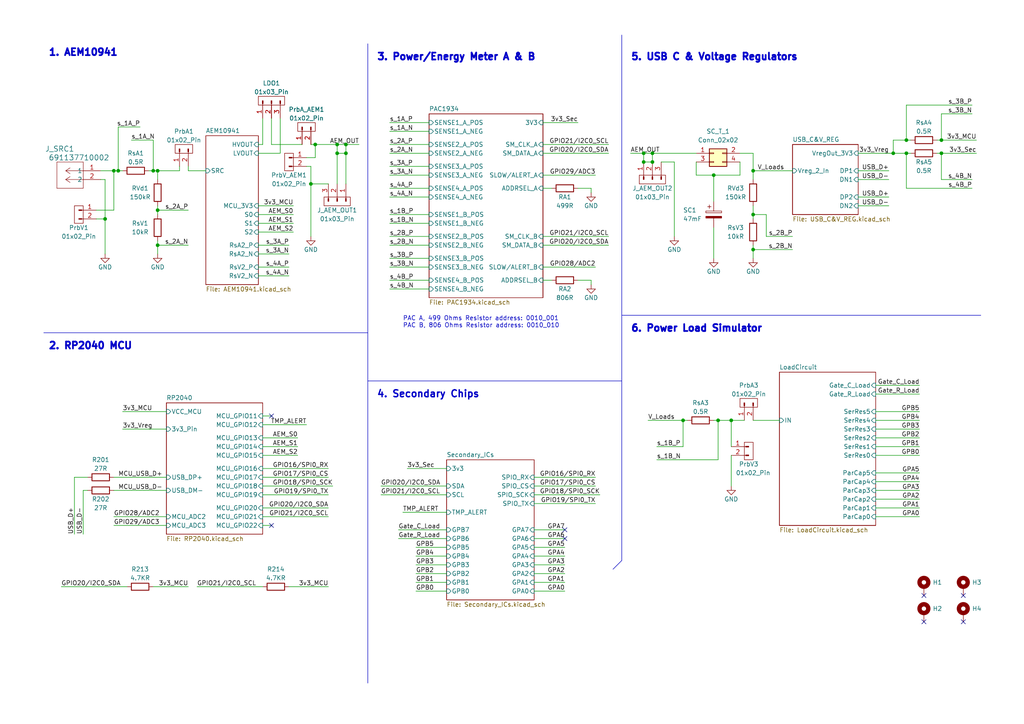
<source format=kicad_sch>
(kicad_sch (version 20230121) (generator eeschema)

  (uuid 31384d59-52a3-4615-8015-e835fc0b8277)

  (paper "A4")

  (title_block
    (title "Solar Energy Manager")
    (rev "v1.0")
    (company "Thesis")
    (comment 1 "Author: Jason F J")
    (comment 2 "Matrk No: 3100513")
  )

  (lib_symbols
    (symbol "691137710002:691137710002" (pin_names (offset 0.254)) (in_bom yes) (on_board yes)
      (property "Reference" "J" (at 8.89 6.35 0)
        (effects (font (size 1.524 1.524)))
      )
      (property "Value" "691137710002" (at 0 0 0)
        (effects (font (size 1.524 1.524)))
      )
      (property "Footprint" "CONN2_710002_WRE" (at 0 0 0)
        (effects (font (size 1.27 1.27) italic) hide)
      )
      (property "Datasheet" "691137710002" (at 0 0 0)
        (effects (font (size 1.27 1.27) italic) hide)
      )
      (property "ki_locked" "" (at 0 0 0)
        (effects (font (size 1.27 1.27)))
      )
      (property "ki_keywords" "691137710002" (at 0 0 0)
        (effects (font (size 1.27 1.27)) hide)
      )
      (property "ki_fp_filters" "CONN2_710002_WRE" (at 0 0 0)
        (effects (font (size 1.27 1.27)) hide)
      )
      (symbol "691137710002_0_1"
        (polyline
          (pts
            (xy 5.08 -5.08)
            (xy 12.7 -5.08)
          )
          (stroke (width 0.127) (type default))
          (fill (type none))
        )
        (polyline
          (pts
            (xy 5.08 2.54)
            (xy 5.08 -5.08)
          )
          (stroke (width 0.127) (type default))
          (fill (type none))
        )
        (polyline
          (pts
            (xy 10.16 -2.54)
            (xy 5.08 -2.54)
          )
          (stroke (width 0.127) (type default))
          (fill (type none))
        )
        (polyline
          (pts
            (xy 10.16 -2.54)
            (xy 8.89 -3.3867)
          )
          (stroke (width 0.127) (type default))
          (fill (type none))
        )
        (polyline
          (pts
            (xy 10.16 -2.54)
            (xy 8.89 -1.6933)
          )
          (stroke (width 0.127) (type default))
          (fill (type none))
        )
        (polyline
          (pts
            (xy 10.16 0)
            (xy 5.08 0)
          )
          (stroke (width 0.127) (type default))
          (fill (type none))
        )
        (polyline
          (pts
            (xy 10.16 0)
            (xy 8.89 -0.8467)
          )
          (stroke (width 0.127) (type default))
          (fill (type none))
        )
        (polyline
          (pts
            (xy 10.16 0)
            (xy 8.89 0.8467)
          )
          (stroke (width 0.127) (type default))
          (fill (type none))
        )
        (polyline
          (pts
            (xy 12.7 -5.08)
            (xy 12.7 2.54)
          )
          (stroke (width 0.127) (type default))
          (fill (type none))
        )
        (polyline
          (pts
            (xy 12.7 2.54)
            (xy 5.08 2.54)
          )
          (stroke (width 0.127) (type default))
          (fill (type none))
        )
        (pin unspecified line (at 0 0 0) (length 5.08)
          (name "1" (effects (font (size 1.27 1.27))))
          (number "1" (effects (font (size 1.27 1.27))))
        )
        (pin unspecified line (at 0 -2.54 0) (length 5.08)
          (name "2" (effects (font (size 1.27 1.27))))
          (number "2" (effects (font (size 1.27 1.27))))
        )
      )
    )
    (symbol "Connector:Conn_01x02_Pin" (pin_names (offset 1.016) hide) (in_bom yes) (on_board yes)
      (property "Reference" "RESET1" (at 0 5.08 0)
        (effects (font (size 1.27 1.27)))
      )
      (property "Value" "01x02_Pin" (at 0.635 2.54 0)
        (effects (font (size 1.27 1.27)))
      )
      (property "Footprint" "" (at 0 0 0)
        (effects (font (size 1.27 1.27)) hide)
      )
      (property "Datasheet" "~" (at 0 0 0)
        (effects (font (size 1.27 1.27)) hide)
      )
      (property "ki_locked" "" (at 0 0 0)
        (effects (font (size 1.27 1.27)))
      )
      (property "ki_keywords" "connector" (at 0 0 0)
        (effects (font (size 1.27 1.27)) hide)
      )
      (property "ki_description" "Generic connector, single row, 01x02, script generated" (at 0 0 0)
        (effects (font (size 1.27 1.27)) hide)
      )
      (property "ki_fp_filters" "Connector*:*_1x??_*" (at 0 0 0)
        (effects (font (size 1.27 1.27)) hide)
      )
      (symbol "Conn_01x02_Pin_1_1"
        (rectangle (start -1.27 1.27) (end 1.27 -3.81)
          (stroke (width 0) (type default))
          (fill (type none))
        )
        (polyline
          (pts
            (xy 1.27 -2.54)
            (xy 0.8636 -2.54)
          )
          (stroke (width 0.1524) (type default))
          (fill (type none))
        )
        (polyline
          (pts
            (xy 1.27 0)
            (xy 0.8636 0)
          )
          (stroke (width 0.1524) (type default))
          (fill (type none))
        )
        (rectangle (start 0.8636 -2.413) (end 0 -2.667)
          (stroke (width 0.1524) (type default))
          (fill (type outline))
        )
        (rectangle (start 0.8636 0.127) (end 0 -0.127)
          (stroke (width 0.1524) (type default))
          (fill (type outline))
        )
        (pin passive line (at 5.08 0 180) (length 3.81)
          (name "Pin_1" (effects (font (size 1.27 1.27))))
          (number "1" (effects (font (size 1.27 1.27))))
        )
        (pin passive line (at 5.08 -2.54 180) (length 3.81)
          (name "Pin_2" (effects (font (size 1.27 1.27))))
          (number "2" (effects (font (size 1.27 1.27))))
        )
      )
    )
    (symbol "Connector:Conn_01x03_Pin" (pin_names (offset 1.016) hide) (in_bom yes) (on_board yes)
      (property "Reference" "J2" (at 0.635 7.62 0)
        (effects (font (size 1.27 1.27)))
      )
      (property "Value" "Conn_01x03_Pin" (at 0.635 5.08 0)
        (effects (font (size 1.27 1.27)))
      )
      (property "Footprint" "" (at 0 0 0)
        (effects (font (size 1.27 1.27)) hide)
      )
      (property "Datasheet" "~" (at 0 0 0)
        (effects (font (size 1.27 1.27)) hide)
      )
      (property "ki_locked" "" (at 0 0 0)
        (effects (font (size 1.27 1.27)))
      )
      (property "ki_keywords" "connector" (at 0 0 0)
        (effects (font (size 1.27 1.27)) hide)
      )
      (property "ki_description" "Generic connector, single row, 01x03, script generated" (at 0 0 0)
        (effects (font (size 1.27 1.27)) hide)
      )
      (property "ki_fp_filters" "Connector*:*_1x??_*" (at 0 0 0)
        (effects (font (size 1.27 1.27)) hide)
      )
      (symbol "Conn_01x03_Pin_1_1"
        (rectangle (start -1.27 3.81) (end 1.27 -3.81)
          (stroke (width 0) (type default))
          (fill (type none))
        )
        (polyline
          (pts
            (xy 1.27 -2.54)
            (xy 0.8636 -2.54)
          )
          (stroke (width 0.1524) (type default))
          (fill (type none))
        )
        (polyline
          (pts
            (xy 1.27 0)
            (xy 0.8636 0)
          )
          (stroke (width 0.1524) (type default))
          (fill (type none))
        )
        (polyline
          (pts
            (xy 1.27 2.54)
            (xy 0.8636 2.54)
          )
          (stroke (width 0.1524) (type default))
          (fill (type none))
        )
        (rectangle (start 0.8636 -2.413) (end 0 -2.667)
          (stroke (width 0.1524) (type default))
          (fill (type outline))
        )
        (rectangle (start 0.8636 0.127) (end 0 -0.127)
          (stroke (width 0.1524) (type default))
          (fill (type outline))
        )
        (rectangle (start 0.8636 2.667) (end 0 2.413)
          (stroke (width 0.1524) (type default))
          (fill (type outline))
        )
        (pin passive line (at 5.08 2.54 180) (length 3.81)
          (name "Pin_1" (effects (font (size 1.27 1.27))))
          (number "1" (effects (font (size 1.27 1.27))))
        )
        (pin passive line (at 5.08 0 180) (length 3.81)
          (name "Pin_2" (effects (font (size 1.27 1.27))))
          (number "2" (effects (font (size 1.27 1.27))))
        )
        (pin passive line (at 5.08 -2.54 180) (length 3.81)
          (name "Pin_3" (effects (font (size 1.27 1.27))))
          (number "3" (effects (font (size 1.27 1.27))))
        )
      )
    )
    (symbol "Connector_Generic:Conn_02x02_Odd_Even" (pin_names (offset 1.016) hide) (in_bom yes) (on_board yes)
      (property "Reference" "J" (at 1.27 2.54 0)
        (effects (font (size 1.27 1.27)))
      )
      (property "Value" "Conn_02x02_Odd_Even" (at 1.27 -5.08 0)
        (effects (font (size 1.27 1.27)))
      )
      (property "Footprint" "" (at 0 0 0)
        (effects (font (size 1.27 1.27)) hide)
      )
      (property "Datasheet" "~" (at 0 0 0)
        (effects (font (size 1.27 1.27)) hide)
      )
      (property "ki_keywords" "connector" (at 0 0 0)
        (effects (font (size 1.27 1.27)) hide)
      )
      (property "ki_description" "Generic connector, double row, 02x02, odd/even pin numbering scheme (row 1 odd numbers, row 2 even numbers), script generated (kicad-library-utils/schlib/autogen/connector/)" (at 0 0 0)
        (effects (font (size 1.27 1.27)) hide)
      )
      (property "ki_fp_filters" "Connector*:*_2x??_*" (at 0 0 0)
        (effects (font (size 1.27 1.27)) hide)
      )
      (symbol "Conn_02x02_Odd_Even_1_1"
        (rectangle (start -1.27 -2.413) (end 0 -2.667)
          (stroke (width 0.1524) (type default))
          (fill (type none))
        )
        (rectangle (start -1.27 0.127) (end 0 -0.127)
          (stroke (width 0.1524) (type default))
          (fill (type none))
        )
        (rectangle (start -1.27 1.27) (end 3.81 -3.81)
          (stroke (width 0.254) (type default))
          (fill (type background))
        )
        (rectangle (start 3.81 -2.413) (end 2.54 -2.667)
          (stroke (width 0.1524) (type default))
          (fill (type none))
        )
        (rectangle (start 3.81 0.127) (end 2.54 -0.127)
          (stroke (width 0.1524) (type default))
          (fill (type none))
        )
        (pin passive line (at -5.08 0 0) (length 3.81)
          (name "Pin_1" (effects (font (size 1.27 1.27))))
          (number "1" (effects (font (size 1.27 1.27))))
        )
        (pin passive line (at 7.62 0 180) (length 3.81)
          (name "Pin_2" (effects (font (size 1.27 1.27))))
          (number "2" (effects (font (size 1.27 1.27))))
        )
        (pin passive line (at -5.08 -2.54 0) (length 3.81)
          (name "Pin_3" (effects (font (size 1.27 1.27))))
          (number "3" (effects (font (size 1.27 1.27))))
        )
        (pin passive line (at 7.62 -2.54 180) (length 3.81)
          (name "Pin_4" (effects (font (size 1.27 1.27))))
          (number "4" (effects (font (size 1.27 1.27))))
        )
      )
    )
    (symbol "Device:C_Polarized" (pin_numbers hide) (pin_names (offset 0.254)) (in_bom yes) (on_board yes)
      (property "Reference" "C" (at 0.635 2.54 0)
        (effects (font (size 1.27 1.27)) (justify left))
      )
      (property "Value" "C_Polarized" (at 0.635 -2.54 0)
        (effects (font (size 1.27 1.27)) (justify left))
      )
      (property "Footprint" "" (at 0.9652 -3.81 0)
        (effects (font (size 1.27 1.27)) hide)
      )
      (property "Datasheet" "~" (at 0 0 0)
        (effects (font (size 1.27 1.27)) hide)
      )
      (property "ki_keywords" "cap capacitor" (at 0 0 0)
        (effects (font (size 1.27 1.27)) hide)
      )
      (property "ki_description" "Polarized capacitor" (at 0 0 0)
        (effects (font (size 1.27 1.27)) hide)
      )
      (property "ki_fp_filters" "CP_*" (at 0 0 0)
        (effects (font (size 1.27 1.27)) hide)
      )
      (symbol "C_Polarized_0_1"
        (rectangle (start -2.286 0.508) (end 2.286 1.016)
          (stroke (width 0) (type default))
          (fill (type none))
        )
        (polyline
          (pts
            (xy -1.778 2.286)
            (xy -0.762 2.286)
          )
          (stroke (width 0) (type default))
          (fill (type none))
        )
        (polyline
          (pts
            (xy -1.27 2.794)
            (xy -1.27 1.778)
          )
          (stroke (width 0) (type default))
          (fill (type none))
        )
        (rectangle (start 2.286 -0.508) (end -2.286 -1.016)
          (stroke (width 0) (type default))
          (fill (type outline))
        )
      )
      (symbol "C_Polarized_1_1"
        (pin passive line (at 0 3.81 270) (length 2.794)
          (name "~" (effects (font (size 1.27 1.27))))
          (number "1" (effects (font (size 1.27 1.27))))
        )
        (pin passive line (at 0 -3.81 90) (length 2.794)
          (name "~" (effects (font (size 1.27 1.27))))
          (number "2" (effects (font (size 1.27 1.27))))
        )
      )
    )
    (symbol "Device:R" (pin_numbers hide) (pin_names (offset 0)) (in_bom yes) (on_board yes)
      (property "Reference" "R" (at 2.032 0 90)
        (effects (font (size 1.27 1.27)))
      )
      (property "Value" "R" (at 0 0 90)
        (effects (font (size 1.27 1.27)))
      )
      (property "Footprint" "" (at -1.778 0 90)
        (effects (font (size 1.27 1.27)) hide)
      )
      (property "Datasheet" "~" (at 0 0 0)
        (effects (font (size 1.27 1.27)) hide)
      )
      (property "ki_keywords" "R res resistor" (at 0 0 0)
        (effects (font (size 1.27 1.27)) hide)
      )
      (property "ki_description" "Resistor" (at 0 0 0)
        (effects (font (size 1.27 1.27)) hide)
      )
      (property "ki_fp_filters" "R_*" (at 0 0 0)
        (effects (font (size 1.27 1.27)) hide)
      )
      (symbol "R_0_1"
        (rectangle (start -1.016 -2.54) (end 1.016 2.54)
          (stroke (width 0.254) (type default))
          (fill (type none))
        )
      )
      (symbol "R_1_1"
        (pin passive line (at 0 3.81 270) (length 1.27)
          (name "~" (effects (font (size 1.27 1.27))))
          (number "1" (effects (font (size 1.27 1.27))))
        )
        (pin passive line (at 0 -3.81 90) (length 1.27)
          (name "~" (effects (font (size 1.27 1.27))))
          (number "2" (effects (font (size 1.27 1.27))))
        )
      )
    )
    (symbol "Mechanical:MountingHole_Pad" (pin_numbers hide) (pin_names (offset 1.016) hide) (in_bom yes) (on_board yes)
      (property "Reference" "H" (at 0 6.35 0)
        (effects (font (size 1.27 1.27)))
      )
      (property "Value" "MountingHole_Pad" (at 0 4.445 0)
        (effects (font (size 1.27 1.27)))
      )
      (property "Footprint" "" (at 0 0 0)
        (effects (font (size 1.27 1.27)) hide)
      )
      (property "Datasheet" "~" (at 0 0 0)
        (effects (font (size 1.27 1.27)) hide)
      )
      (property "ki_keywords" "mounting hole" (at 0 0 0)
        (effects (font (size 1.27 1.27)) hide)
      )
      (property "ki_description" "Mounting Hole with connection" (at 0 0 0)
        (effects (font (size 1.27 1.27)) hide)
      )
      (property "ki_fp_filters" "MountingHole*Pad*" (at 0 0 0)
        (effects (font (size 1.27 1.27)) hide)
      )
      (symbol "MountingHole_Pad_0_1"
        (circle (center 0 1.27) (radius 1.27)
          (stroke (width 1.27) (type default))
          (fill (type none))
        )
      )
      (symbol "MountingHole_Pad_1_1"
        (pin input line (at 0 -2.54 90) (length 2.54)
          (name "1" (effects (font (size 1.27 1.27))))
          (number "1" (effects (font (size 1.27 1.27))))
        )
      )
    )
    (symbol "power:GND" (power) (pin_names (offset 0)) (in_bom yes) (on_board yes)
      (property "Reference" "#PWR" (at 0 -6.35 0)
        (effects (font (size 1.27 1.27)) hide)
      )
      (property "Value" "GND" (at 0 -3.81 0)
        (effects (font (size 1.27 1.27)))
      )
      (property "Footprint" "" (at 0 0 0)
        (effects (font (size 1.27 1.27)) hide)
      )
      (property "Datasheet" "" (at 0 0 0)
        (effects (font (size 1.27 1.27)) hide)
      )
      (property "ki_keywords" "global power" (at 0 0 0)
        (effects (font (size 1.27 1.27)) hide)
      )
      (property "ki_description" "Power symbol creates a global label with name \"GND\" , ground" (at 0 0 0)
        (effects (font (size 1.27 1.27)) hide)
      )
      (symbol "GND_0_1"
        (polyline
          (pts
            (xy 0 0)
            (xy 0 -1.27)
            (xy 1.27 -1.27)
            (xy 0 -2.54)
            (xy -1.27 -1.27)
            (xy 0 -1.27)
          )
          (stroke (width 0) (type default))
          (fill (type none))
        )
      )
      (symbol "GND_1_1"
        (pin power_in line (at 0 0 270) (length 0) hide
          (name "GND" (effects (font (size 1.27 1.27))))
          (number "1" (effects (font (size 1.27 1.27))))
        )
      )
    )
  )

  (junction (at 45.72 60.96) (diameter 0) (color 0 0 0 0)
    (uuid 25d97dc9-e246-475a-9be5-a27606910214)
  )
  (junction (at 33.02 49.53) (diameter 0) (color 0 0 0 0)
    (uuid 28880d43-846e-4144-8b0f-8f0e7fdfd498)
  )
  (junction (at 259.08 44.45) (diameter 0) (color 0 0 0 0)
    (uuid 2bd1f496-41fa-431d-b6e5-30949c2f340c)
  )
  (junction (at 207.01 50.8) (diameter 0) (color 0 0 0 0)
    (uuid 3761455e-2aba-426a-a32f-7c43b33fd7e1)
  )
  (junction (at 189.23 46.99) (diameter 0) (color 0 0 0 0)
    (uuid 43e31f42-6bfc-45d0-8655-ce7da8066133)
  )
  (junction (at 218.44 49.53) (diameter 0) (color 0 0 0 0)
    (uuid 459bd2af-a107-4f10-a989-f2e52ef9b3ed)
  )
  (junction (at 208.28 121.92) (diameter 0) (color 0 0 0 0)
    (uuid 45f78677-3008-4a77-99b4-a377dc66f5ca)
  )
  (junction (at 45.72 71.12) (diameter 0) (color 0 0 0 0)
    (uuid 4a14ae7e-becf-4034-9e30-b7dddca708a9)
  )
  (junction (at 189.23 44.45) (diameter 0) (color 0 0 0 0)
    (uuid 4b9bab82-db22-4d7d-9336-28fcb50d3d25)
  )
  (junction (at 100.33 41.91) (diameter 0) (color 0 0 0 0)
    (uuid 4db00efb-d9fb-47b3-ab53-e3b9f500af92)
  )
  (junction (at 97.79 44.45) (diameter 0) (color 0 0 0 0)
    (uuid 4db7c79f-c19c-468a-af20-c7414036dacc)
  )
  (junction (at 91.44 41.91) (diameter 0) (color 0 0 0 0)
    (uuid 51e631ce-1280-4161-93ae-8c5bbd996322)
  )
  (junction (at 97.79 41.91) (diameter 0) (color 0 0 0 0)
    (uuid 5cec1f20-a896-4082-88dd-44bbe36c488f)
  )
  (junction (at 218.44 72.39) (diameter 0) (color 0 0 0 0)
    (uuid 5d951379-2786-4e10-90a5-03db0990f095)
  )
  (junction (at 273.05 40.64) (diameter 0) (color 0 0 0 0)
    (uuid 6299f9f1-9f45-4134-bea6-d643b8b45b52)
  )
  (junction (at 44.45 49.53) (diameter 0) (color 0 0 0 0)
    (uuid 648ed5ca-5a67-4d9c-8e5b-cf3c8345aff7)
  )
  (junction (at 273.05 44.45) (diameter 0) (color 0 0 0 0)
    (uuid 69f41b77-92bb-4e01-b434-9c4749d2eba7)
  )
  (junction (at 186.69 44.45) (diameter 0) (color 0 0 0 0)
    (uuid 6ab002d4-ee49-4e27-b3e7-06792bc9a32f)
  )
  (junction (at 212.09 121.92) (diameter 0) (color 0 0 0 0)
    (uuid 7408a797-9b2b-4627-ad33-15400b183928)
  )
  (junction (at 34.29 49.53) (diameter 0) (color 0 0 0 0)
    (uuid 7dc10e42-0e54-4c51-af5f-6a6ad609f39a)
  )
  (junction (at 100.33 44.45) (diameter 0) (color 0 0 0 0)
    (uuid 8c639e65-f951-4888-b087-c707edbb09b7)
  )
  (junction (at 198.12 121.92) (diameter 0) (color 0 0 0 0)
    (uuid 92b0dc5a-723b-40b9-a675-6480fa4329f3)
  )
  (junction (at 218.44 62.23) (diameter 0) (color 0 0 0 0)
    (uuid 9b7d8fd2-f3a3-4a86-9626-e2c7e0d5171f)
  )
  (junction (at 45.72 49.53) (diameter 0) (color 0 0 0 0)
    (uuid b876ff66-fbed-4afb-a746-1514842c0caa)
  )
  (junction (at 186.69 46.99) (diameter 0) (color 0 0 0 0)
    (uuid d6ae7fa0-4039-4162-a3e7-1d9d3f92a9b7)
  )
  (junction (at 30.48 63.5) (diameter 0) (color 0 0 0 0)
    (uuid dfc63654-bd54-47eb-80a6-9a1fe6ae7b96)
  )
  (junction (at 262.89 40.64) (diameter 0) (color 0 0 0 0)
    (uuid e23d9802-c86a-4ebd-9489-ef7bed01e3a6)
  )
  (junction (at 262.89 44.45) (diameter 0) (color 0 0 0 0)
    (uuid efbee1f0-aef7-435d-a831-9b85a1456514)
  )
  (junction (at 90.17 53.34) (diameter 0) (color 0 0 0 0)
    (uuid fa44ef10-1f61-4315-9fde-7a89c01c0f29)
  )

  (no_connect (at 279.4 172.72) (uuid 102a5f90-e49b-486e-97f0-3c567eb91c8f))
  (no_connect (at 163.83 156.21) (uuid 4e2f04b1-7c69-4cde-86cb-43779a42c8a0))
  (no_connect (at 78.74 120.65) (uuid 516ad7dc-e2e3-4346-a9a5-c6cd2d5a544f))
  (no_connect (at 78.74 152.4) (uuid 8307612e-c2b0-43e2-90db-425c185d4b95))
  (no_connect (at 279.4 180.34) (uuid 8e38724a-fffb-438b-87b5-c267a8da5f90))
  (no_connect (at 267.97 172.72) (uuid 91e5834d-25e4-44f1-b70b-7e56028a87e9))
  (no_connect (at 163.83 153.67) (uuid cd3b3a15-a112-4edb-99ab-07cbb61dd6a4))
  (no_connect (at 267.97 180.34) (uuid f4d13d39-6c62-447b-8f3f-5a851cb07c6d))

  (wire (pts (xy 189.23 44.45) (xy 201.93 44.45))
    (stroke (width 0) (type default))
    (uuid 0120f3a9-b045-4e49-bc86-2a4fbb664c90)
  )
  (wire (pts (xy 208.28 121.92) (xy 208.28 133.35))
    (stroke (width 0) (type default))
    (uuid 0221ebfb-e390-40c1-b3dd-4c6c46f826b9)
  )
  (wire (pts (xy 35.56 119.38) (xy 48.26 119.38))
    (stroke (width 0) (type default))
    (uuid 02b0d2cc-9b62-46fb-8aa9-188a93923187)
  )
  (wire (pts (xy 45.72 49.53) (xy 52.07 49.53))
    (stroke (width 0) (type default))
    (uuid 0c1f35e9-01de-4235-9f1a-b6e060a2efc0)
  )
  (wire (pts (xy 218.44 49.53) (xy 218.44 52.07))
    (stroke (width 0) (type default))
    (uuid 0c20df49-9d7e-4e47-bdea-c60b36ecff3a)
  )
  (wire (pts (xy 198.12 121.92) (xy 198.12 129.54))
    (stroke (width 0) (type default))
    (uuid 0cec34ab-9584-4395-b3e9-2856da45e778)
  )
  (wire (pts (xy 45.72 60.96) (xy 45.72 62.23))
    (stroke (width 0) (type default))
    (uuid 0dc76a67-3e73-4657-ba5b-8d89e430c9b1)
  )
  (wire (pts (xy 157.48 54.61) (xy 160.02 54.61))
    (stroke (width 0) (type default))
    (uuid 0e674033-8a97-41ec-b3d8-17389f68b727)
  )
  (wire (pts (xy 74.93 64.77) (xy 85.09 64.77))
    (stroke (width 0) (type default))
    (uuid 0ea521e9-9be8-48f0-aebb-1a716dacac38)
  )
  (wire (pts (xy 281.94 30.48) (xy 262.89 30.48))
    (stroke (width 0) (type default))
    (uuid 0f1ff1ab-8068-44ae-b46a-14bfb174d563)
  )
  (wire (pts (xy 281.94 54.61) (xy 262.89 54.61))
    (stroke (width 0) (type default))
    (uuid 0fd57f4b-7b10-4d26-a466-0b0d54a2ee9a)
  )
  (wire (pts (xy 201.93 50.8) (xy 207.01 50.8))
    (stroke (width 0) (type default))
    (uuid 1685017c-4584-490e-8fa6-d6918e1a360b)
  )
  (wire (pts (xy 207.01 50.8) (xy 207.01 58.42))
    (stroke (width 0) (type default))
    (uuid 194917a3-3ecd-49c7-8bfe-fc2a64e44d9a)
  )
  (wire (pts (xy 45.72 59.69) (xy 45.72 60.96))
    (stroke (width 0) (type default))
    (uuid 19793877-2bfd-42c7-b3ab-59abfbf92b0c)
  )
  (wire (pts (xy 254 114.3) (xy 266.7 114.3))
    (stroke (width 0) (type default))
    (uuid 19d6ad93-1d53-4814-b6ad-040a84a26187)
  )
  (polyline (pts (xy 180.34 10.16) (xy 180.34 162.56))
    (stroke (width 0) (type default))
    (uuid 1add9bb1-4766-43cd-a1d4-59059189536e)
  )

  (wire (pts (xy 74.93 80.01) (xy 83.82 80.01))
    (stroke (width 0) (type default))
    (uuid 1ae11c86-cdb9-444a-93ff-6efd52ec0bf9)
  )
  (wire (pts (xy 154.94 146.05) (xy 172.72 146.05))
    (stroke (width 0) (type default))
    (uuid 1d5d8c8a-9695-4ca4-a347-57d522bcfbea)
  )
  (wire (pts (xy 115.57 153.67) (xy 129.54 153.67))
    (stroke (width 0) (type default))
    (uuid 1e376073-e776-40d7-b731-59bbaea823f2)
  )
  (wire (pts (xy 154.94 171.45) (xy 163.83 171.45))
    (stroke (width 0) (type default))
    (uuid 1f9ce4b6-35c4-47f7-a437-fd9575e90e45)
  )
  (wire (pts (xy 74.93 71.12) (xy 83.82 71.12))
    (stroke (width 0) (type default))
    (uuid 2311a93a-39ec-468a-b99a-92a975a8ab2e)
  )
  (wire (pts (xy 157.48 81.28) (xy 160.02 81.28))
    (stroke (width 0) (type default))
    (uuid 23b756de-e15c-416d-a908-c389f9e89132)
  )
  (wire (pts (xy 88.9 45.72) (xy 91.44 45.72))
    (stroke (width 0) (type default))
    (uuid 25bf455a-18c3-4628-9961-236ecebb6109)
  )
  (wire (pts (xy 97.79 53.34) (xy 97.79 44.45))
    (stroke (width 0) (type default))
    (uuid 299b13db-718c-4902-9f44-4cfa1b57cb97)
  )
  (wire (pts (xy 40.64 36.83) (xy 34.29 36.83))
    (stroke (width 0) (type default))
    (uuid 2c7797f9-7fac-4a9f-a299-496644b41117)
  )
  (wire (pts (xy 212.09 121.92) (xy 212.09 129.54))
    (stroke (width 0) (type default))
    (uuid 2ce6766f-97f4-4bb3-b5e0-abdda0425ba7)
  )
  (wire (pts (xy 273.05 52.07) (xy 273.05 44.45))
    (stroke (width 0) (type default))
    (uuid 2e78dab1-a218-4e08-b555-cefa600f67ce)
  )
  (wire (pts (xy 54.61 48.26) (xy 54.61 49.53))
    (stroke (width 0) (type default))
    (uuid 31056976-873f-48bb-af14-5204e131dde0)
  )
  (wire (pts (xy 207.01 121.92) (xy 208.28 121.92))
    (stroke (width 0) (type default))
    (uuid 3154b660-5f2d-4ac8-b02c-3a997d151e1c)
  )
  (wire (pts (xy 30.48 63.5) (xy 30.48 73.66))
    (stroke (width 0) (type default))
    (uuid 366da3b7-ce48-4853-8826-90d1fe902279)
  )
  (wire (pts (xy 76.2 149.86) (xy 95.25 149.86))
    (stroke (width 0) (type default))
    (uuid 36bf0cf8-cac6-4bd4-9816-2db410794c4a)
  )
  (wire (pts (xy 248.92 59.69) (xy 257.81 59.69))
    (stroke (width 0) (type default))
    (uuid 36fb6a51-7278-4a1c-8d93-777ac33e67c4)
  )
  (wire (pts (xy 254 147.32) (xy 266.7 147.32))
    (stroke (width 0) (type default))
    (uuid 3ce2b067-5faf-4e41-8f10-40a9589c7b51)
  )
  (wire (pts (xy 113.03 35.56) (xy 124.46 35.56))
    (stroke (width 0) (type default))
    (uuid 3de796ba-9aae-4fe8-a7b9-254ad39020ed)
  )
  (wire (pts (xy 88.9 48.26) (xy 90.17 48.26))
    (stroke (width 0) (type default))
    (uuid 3edc8d46-5db0-4d5e-a409-6bf8106b6886)
  )
  (wire (pts (xy 97.79 41.91) (xy 100.33 41.91))
    (stroke (width 0) (type default))
    (uuid 3f2b5b2e-0461-4378-8625-1fd78c223dbb)
  )
  (wire (pts (xy 113.03 62.23) (xy 124.46 62.23))
    (stroke (width 0) (type default))
    (uuid 3fa4dd38-a326-49b0-b7b8-bb0954838abb)
  )
  (wire (pts (xy 195.58 46.99) (xy 195.58 68.58))
    (stroke (width 0) (type default))
    (uuid 3fd8b0fb-34c2-4390-ba83-7618c338dac9)
  )
  (wire (pts (xy 38.1 40.64) (xy 44.45 40.64))
    (stroke (width 0) (type default))
    (uuid 403ffd24-fe5c-41cb-a3d0-4d26fe3131f7)
  )
  (wire (pts (xy 273.05 40.64) (xy 283.21 40.64))
    (stroke (width 0) (type default))
    (uuid 42992a69-a66d-4a58-a10c-a4ccc7b6755c)
  )
  (wire (pts (xy 29.21 52.07) (xy 30.48 52.07))
    (stroke (width 0) (type default))
    (uuid 43288022-7d3e-491e-b60e-772329932013)
  )
  (wire (pts (xy 115.57 156.21) (xy 129.54 156.21))
    (stroke (width 0) (type default))
    (uuid 43a102f0-c7bb-4e6f-8c86-61097893b5ba)
  )
  (wire (pts (xy 43.18 49.53) (xy 44.45 49.53))
    (stroke (width 0) (type default))
    (uuid 441dda18-0b2c-46bb-b44a-0bfd14710ce1)
  )
  (wire (pts (xy 57.15 170.18) (xy 76.2 170.18))
    (stroke (width 0) (type default))
    (uuid 443efe7d-4bef-4c08-a1b2-0ed8f1be0126)
  )
  (wire (pts (xy 113.03 71.12) (xy 124.46 71.12))
    (stroke (width 0) (type default))
    (uuid 46ccfc9c-bf5a-4b21-b057-8dc2d14cfbb2)
  )
  (wire (pts (xy 76.2 135.89) (xy 95.25 135.89))
    (stroke (width 0) (type default))
    (uuid 4c2e8a0f-660a-4401-a533-db00c3035550)
  )
  (wire (pts (xy 218.44 44.45) (xy 214.63 44.45))
    (stroke (width 0) (type default))
    (uuid 51f4574e-ca0e-483d-84c8-09305adc63cc)
  )
  (wire (pts (xy 44.45 49.53) (xy 45.72 49.53))
    (stroke (width 0) (type default))
    (uuid 52367270-bac5-4435-99b7-2b7eec6de5d5)
  )
  (wire (pts (xy 254 137.16) (xy 266.7 137.16))
    (stroke (width 0) (type default))
    (uuid 529e05e4-726e-40b8-8e49-0ceb26f6b213)
  )
  (wire (pts (xy 21.59 138.43) (xy 25.4 138.43))
    (stroke (width 0) (type default))
    (uuid 540a1d3f-22a0-47f2-9bec-8b71b2b09b44)
  )
  (wire (pts (xy 76.2 147.32) (xy 95.25 147.32))
    (stroke (width 0) (type default))
    (uuid 54ca1267-c319-4275-8d35-196d594bb9cc)
  )
  (wire (pts (xy 254 144.78) (xy 266.7 144.78))
    (stroke (width 0) (type default))
    (uuid 59af85df-daa9-4f3c-be4e-b7050606bf19)
  )
  (wire (pts (xy 129.54 143.51) (xy 110.49 143.51))
    (stroke (width 0) (type default))
    (uuid 5bb347b3-57ea-4ab5-9bd2-1d27db1299d1)
  )
  (wire (pts (xy 120.65 168.91) (xy 129.54 168.91))
    (stroke (width 0) (type default))
    (uuid 5c18cdda-d6f2-4bba-a3d7-8ba1c0515f77)
  )
  (wire (pts (xy 207.01 50.8) (xy 214.63 50.8))
    (stroke (width 0) (type default))
    (uuid 5cd2c873-92fc-4f4c-ae5b-6d84dc0e1599)
  )
  (wire (pts (xy 198.12 129.54) (xy 190.5 129.54))
    (stroke (width 0) (type default))
    (uuid 5ff5f8cb-7cb5-4c09-ab48-86406573d38e)
  )
  (wire (pts (xy 218.44 49.53) (xy 229.87 49.53))
    (stroke (width 0) (type default))
    (uuid 6106cbe2-e215-4c1e-9b77-30007f69d0d9)
  )
  (wire (pts (xy 83.82 170.18) (xy 95.25 170.18))
    (stroke (width 0) (type default))
    (uuid 610a8a65-8b2b-410e-b54d-eaa347eb1862)
  )
  (wire (pts (xy 157.48 77.47) (xy 172.72 77.47))
    (stroke (width 0) (type default))
    (uuid 618a8ded-d9b9-41f1-8121-41b8f18d6503)
  )
  (wire (pts (xy 201.93 46.99) (xy 201.93 50.8))
    (stroke (width 0) (type default))
    (uuid 62c332d5-959a-43f0-9ad5-18f75534d4c7)
  )
  (wire (pts (xy 218.44 72.39) (xy 229.87 72.39))
    (stroke (width 0) (type default))
    (uuid 63f24a1e-839a-4daa-9c0d-19e3718cb0c3)
  )
  (wire (pts (xy 186.69 44.45) (xy 186.69 46.99))
    (stroke (width 0) (type default))
    (uuid 658b10e2-edf3-49af-9812-ac37e12b7c44)
  )
  (wire (pts (xy 259.08 40.64) (xy 259.08 44.45))
    (stroke (width 0) (type default))
    (uuid 6783903f-ba3d-45d9-8af1-1eaf54c62a99)
  )
  (wire (pts (xy 262.89 54.61) (xy 262.89 44.45))
    (stroke (width 0) (type default))
    (uuid 6920fd57-2db4-4223-8c96-ee32a3b84661)
  )
  (wire (pts (xy 81.28 34.29) (xy 81.28 44.45))
    (stroke (width 0) (type default))
    (uuid 6a2fa311-b6cc-434e-99f2-515aa1809de4)
  )
  (wire (pts (xy 129.54 148.59) (xy 116.84 148.59))
    (stroke (width 0) (type default))
    (uuid 6b25f4fb-7f5a-42bb-9c5c-380e389b278a)
  )
  (wire (pts (xy 271.78 40.64) (xy 273.05 40.64))
    (stroke (width 0) (type default))
    (uuid 6b38cfc0-a7f5-4f0f-b06d-f5558c385434)
  )
  (wire (pts (xy 24.13 154.94) (xy 24.13 142.24))
    (stroke (width 0) (type default))
    (uuid 6c4ce07c-2f71-4e86-9334-f33f0cc1ad46)
  )
  (wire (pts (xy 120.65 166.37) (xy 129.54 166.37))
    (stroke (width 0) (type default))
    (uuid 6c64395f-a20d-4c32-b4ac-353a7bc99ad0)
  )
  (wire (pts (xy 100.33 41.91) (xy 104.14 41.91))
    (stroke (width 0) (type default))
    (uuid 6e59b70e-4896-4fc2-a9a9-bb2a7f7d599e)
  )
  (polyline (pts (xy 106.68 110.49) (xy 180.34 110.49))
    (stroke (width 0) (type default))
    (uuid 6ea278dc-20c7-4ac6-8e2f-0e7b2cd157b9)
  )

  (wire (pts (xy 218.44 62.23) (xy 222.25 62.23))
    (stroke (width 0) (type default))
    (uuid 6f8b44d0-e30c-406c-898b-683ac37fa90b)
  )
  (wire (pts (xy 248.92 57.15) (xy 257.81 57.15))
    (stroke (width 0) (type default))
    (uuid 6f91b4e3-2798-433a-afed-75dbcff7d594)
  )
  (wire (pts (xy 91.44 45.72) (xy 91.44 41.91))
    (stroke (width 0) (type default))
    (uuid 6fbf6993-7369-437a-8deb-d852d0803396)
  )
  (wire (pts (xy 198.12 121.92) (xy 187.96 121.92))
    (stroke (width 0) (type default))
    (uuid 71a56db7-513c-4337-aa91-adab8dfe499f)
  )
  (wire (pts (xy 157.48 41.91) (xy 176.53 41.91))
    (stroke (width 0) (type default))
    (uuid 74aae4c9-5a20-4bc3-b4d9-d9b0d9015333)
  )
  (wire (pts (xy 113.03 50.8) (xy 124.46 50.8))
    (stroke (width 0) (type default))
    (uuid 75630e95-d1e9-4a30-90d8-6eb226d80537)
  )
  (wire (pts (xy 100.33 41.91) (xy 100.33 44.45))
    (stroke (width 0) (type default))
    (uuid 75cb9a6f-2173-413a-b6a4-e20ffbf04e90)
  )
  (wire (pts (xy 248.92 44.45) (xy 259.08 44.45))
    (stroke (width 0) (type default))
    (uuid 77175bf0-f2a7-443a-adea-fff4bc473805)
  )
  (wire (pts (xy 154.94 156.21) (xy 163.83 156.21))
    (stroke (width 0) (type default))
    (uuid 7779ee79-7453-4463-bec7-1a660ce1719d)
  )
  (wire (pts (xy 76.2 123.19) (xy 88.9 123.19))
    (stroke (width 0) (type default))
    (uuid 77947fb2-5dda-4862-9105-5320456e302f)
  )
  (wire (pts (xy 113.03 44.45) (xy 124.46 44.45))
    (stroke (width 0) (type default))
    (uuid 77ca9e03-b157-459b-893a-7ed2944da193)
  )
  (wire (pts (xy 45.72 71.12) (xy 45.72 73.66))
    (stroke (width 0) (type default))
    (uuid 78ed8c45-8137-44f4-a3a2-531ba692a591)
  )
  (wire (pts (xy 218.44 44.45) (xy 218.44 49.53))
    (stroke (width 0) (type default))
    (uuid 794a7e39-02ba-42f0-953c-8fc86a1d64d3)
  )
  (wire (pts (xy 186.69 44.45) (xy 189.23 44.45))
    (stroke (width 0) (type default))
    (uuid 79d501a7-6ebe-4cda-a101-e3fe6adc18f7)
  )
  (wire (pts (xy 44.45 170.18) (xy 54.61 170.18))
    (stroke (width 0) (type default))
    (uuid 7e479550-8e3a-4059-8917-fcd3216d3f76)
  )
  (wire (pts (xy 113.03 83.82) (xy 124.46 83.82))
    (stroke (width 0) (type default))
    (uuid 7e4d4ac3-0a68-476a-80e9-92076c35efd8)
  )
  (wire (pts (xy 154.94 140.97) (xy 172.72 140.97))
    (stroke (width 0) (type default))
    (uuid 7e566fc9-67a8-40e8-811c-ccd38f49416a)
  )
  (wire (pts (xy 35.56 49.53) (xy 34.29 49.53))
    (stroke (width 0) (type default))
    (uuid 80093852-c362-4f22-b4e6-7d7922ecb51a)
  )
  (wire (pts (xy 171.45 82.55) (xy 171.45 81.28))
    (stroke (width 0) (type default))
    (uuid 80822b15-0041-4f71-87b8-1cb9f67aa18d)
  )
  (wire (pts (xy 76.2 129.54) (xy 86.36 129.54))
    (stroke (width 0) (type default))
    (uuid 820c05ea-2fb9-4d64-ab1a-26e0dcaeedbc)
  )
  (wire (pts (xy 154.94 166.37) (xy 163.83 166.37))
    (stroke (width 0) (type default))
    (uuid 84553bf6-71e4-4449-8204-1f6c4e576d8c)
  )
  (wire (pts (xy 100.33 53.34) (xy 100.33 44.45))
    (stroke (width 0) (type default))
    (uuid 864eafd9-6397-4883-998d-2605540e41d3)
  )
  (wire (pts (xy 281.94 33.02) (xy 273.05 33.02))
    (stroke (width 0) (type default))
    (uuid 86bf72a4-2c3b-4c86-bd9c-b393b8c139a2)
  )
  (wire (pts (xy 90.17 53.34) (xy 90.17 68.58))
    (stroke (width 0) (type default))
    (uuid 873e9c1b-9213-488d-a9da-fc05a6ec4eaa)
  )
  (wire (pts (xy 129.54 140.97) (xy 110.49 140.97))
    (stroke (width 0) (type default))
    (uuid 87d92b08-1510-4e83-ba18-d0d2f3b532e1)
  )
  (wire (pts (xy 254 139.7) (xy 266.7 139.7))
    (stroke (width 0) (type default))
    (uuid 893a4f41-43a5-4d25-8775-77f66f6e6575)
  )
  (polyline (pts (xy 180.34 91.44) (xy 284.48 91.44))
    (stroke (width 0) (type default))
    (uuid 8bd5da04-a105-4757-ac9b-e746ea134f9d)
  )

  (wire (pts (xy 208.28 121.92) (xy 212.09 121.92))
    (stroke (width 0) (type default))
    (uuid 8cc99b9a-9468-4f08-84a9-12983a3f103b)
  )
  (wire (pts (xy 254 142.24) (xy 266.7 142.24))
    (stroke (width 0) (type default))
    (uuid 8dc061aa-9111-408d-8bd5-e016074ea60f)
  )
  (wire (pts (xy 154.94 161.29) (xy 163.83 161.29))
    (stroke (width 0) (type default))
    (uuid 8dfd8d5c-edfe-4583-a1ef-a09bae2ecb08)
  )
  (wire (pts (xy 113.03 57.15) (xy 124.46 57.15))
    (stroke (width 0) (type default))
    (uuid 8e1cf59b-bb1a-4e9c-8927-e2cbb0b6e89b)
  )
  (wire (pts (xy 248.92 49.53) (xy 257.81 49.53))
    (stroke (width 0) (type default))
    (uuid 8f8a568f-c5d3-4218-8b80-ce25ea69e859)
  )
  (wire (pts (xy 33.02 49.53) (xy 34.29 49.53))
    (stroke (width 0) (type default))
    (uuid 9008fd1e-6cce-409f-9ff3-2bbde333741a)
  )
  (wire (pts (xy 248.92 52.07) (xy 257.81 52.07))
    (stroke (width 0) (type default))
    (uuid 907d434f-ab79-4c48-ba8c-0f71be854ae4)
  )
  (wire (pts (xy 48.26 152.4) (xy 33.02 152.4))
    (stroke (width 0) (type default))
    (uuid 909dbb77-892f-434f-a9d0-dd9ff8524e44)
  )
  (wire (pts (xy 222.25 62.23) (xy 222.25 68.58))
    (stroke (width 0) (type default))
    (uuid 914908c7-f7b3-4dfd-bc71-2793457c9deb)
  )
  (wire (pts (xy 29.21 49.53) (xy 33.02 49.53))
    (stroke (width 0) (type default))
    (uuid 93126636-cb99-4006-a157-02c32e77f539)
  )
  (wire (pts (xy 97.79 44.45) (xy 100.33 44.45))
    (stroke (width 0) (type default))
    (uuid 955a1de7-d7c7-4564-80ac-c2ef6f08a0e4)
  )
  (wire (pts (xy 35.56 124.46) (xy 48.26 124.46))
    (stroke (width 0) (type default))
    (uuid 9597989c-c786-41f2-96bc-1e4551b30de2)
  )
  (wire (pts (xy 199.39 121.92) (xy 198.12 121.92))
    (stroke (width 0) (type default))
    (uuid 98f85e67-e3dc-4193-8610-1b6cfb972db7)
  )
  (polyline (pts (xy 177.8 165.1) (xy 180.34 162.56))
    (stroke (width 0) (type default))
    (uuid 9b5b1481-5a89-4c30-8273-dcde78b17386)
  )

  (wire (pts (xy 113.03 64.77) (xy 124.46 64.77))
    (stroke (width 0) (type default))
    (uuid 9b5baad5-6866-4066-bf3f-307b317e265a)
  )
  (wire (pts (xy 254 119.38) (xy 266.7 119.38))
    (stroke (width 0) (type default))
    (uuid 9bb6985b-4d99-4a6c-801b-c011d5b38d92)
  )
  (wire (pts (xy 171.45 81.28) (xy 167.64 81.28))
    (stroke (width 0) (type default))
    (uuid 9cd9d56c-4406-4e54-affc-2ff7bb6e549c)
  )
  (wire (pts (xy 264.16 40.64) (xy 262.89 40.64))
    (stroke (width 0) (type default))
    (uuid 9d271984-0a92-4f81-8d7f-464724718b30)
  )
  (wire (pts (xy 218.44 71.12) (xy 218.44 72.39))
    (stroke (width 0) (type default))
    (uuid 9e02bdce-1eab-47b5-8693-17e75b5f4726)
  )
  (wire (pts (xy 157.48 71.12) (xy 176.53 71.12))
    (stroke (width 0) (type default))
    (uuid a020332a-b741-4e6f-af18-6f94da1e3641)
  )
  (wire (pts (xy 154.94 153.67) (xy 163.83 153.67))
    (stroke (width 0) (type default))
    (uuid a038b801-059c-463f-9d6e-4e101cc20d42)
  )
  (wire (pts (xy 27.94 63.5) (xy 30.48 63.5))
    (stroke (width 0) (type default))
    (uuid a07b307f-25a3-470b-8cba-d399455e20d1)
  )
  (wire (pts (xy 90.17 41.91) (xy 91.44 41.91))
    (stroke (width 0) (type default))
    (uuid a09024be-9ec0-4cb1-820f-7c10bd0ce1b1)
  )
  (wire (pts (xy 157.48 50.8) (xy 172.72 50.8))
    (stroke (width 0) (type default))
    (uuid a0e6becc-ee84-4fb4-8d74-a757061fe5f6)
  )
  (wire (pts (xy 186.69 46.99) (xy 189.23 46.99))
    (stroke (width 0) (type default))
    (uuid a13bbe91-27f7-4f2a-b859-1e21a47e8292)
  )
  (wire (pts (xy 120.65 161.29) (xy 129.54 161.29))
    (stroke (width 0) (type default))
    (uuid a53961ad-bdd6-4bb8-a033-d3dcd3adda8c)
  )
  (wire (pts (xy 74.93 77.47) (xy 83.82 77.47))
    (stroke (width 0) (type default))
    (uuid a64d5d44-5308-41ec-997e-ee9ed3f53464)
  )
  (wire (pts (xy 281.94 52.07) (xy 273.05 52.07))
    (stroke (width 0) (type default))
    (uuid a679914a-7a82-4189-8f12-54d9ab508d3c)
  )
  (wire (pts (xy 154.94 158.75) (xy 163.83 158.75))
    (stroke (width 0) (type default))
    (uuid a71828ab-7e9d-464b-b66c-39e344599f37)
  )
  (wire (pts (xy 254 111.76) (xy 266.7 111.76))
    (stroke (width 0) (type default))
    (uuid a7ae8a81-5559-449e-ad8e-e8b822f4a907)
  )
  (wire (pts (xy 76.2 138.43) (xy 95.25 138.43))
    (stroke (width 0) (type default))
    (uuid a808cb6c-c300-4f13-ad85-a0353a94a68f)
  )
  (wire (pts (xy 207.01 66.04) (xy 207.01 74.93))
    (stroke (width 0) (type default))
    (uuid aabe48e5-c774-4702-ae53-afc311df56a5)
  )
  (wire (pts (xy 21.59 154.94) (xy 21.59 138.43))
    (stroke (width 0) (type default))
    (uuid ab9c5010-ab7c-46da-a0eb-a96489778209)
  )
  (wire (pts (xy 113.03 48.26) (xy 124.46 48.26))
    (stroke (width 0) (type default))
    (uuid ac6cd99c-f1e3-446d-876c-1b5b585c2637)
  )
  (wire (pts (xy 218.44 59.69) (xy 218.44 62.23))
    (stroke (width 0) (type default))
    (uuid ad999ccd-115c-4dbc-9318-55e8dd69b802)
  )
  (wire (pts (xy 74.93 62.23) (xy 85.09 62.23))
    (stroke (width 0) (type default))
    (uuid aeec3710-1345-4d11-ad38-467dc3df123a)
  )
  (wire (pts (xy 113.03 38.1) (xy 124.46 38.1))
    (stroke (width 0) (type default))
    (uuid af4fd3f5-c2a8-4435-86a9-a972ddda5786)
  )
  (wire (pts (xy 157.48 35.56) (xy 167.64 35.56))
    (stroke (width 0) (type default))
    (uuid b0bdd336-270e-4e2f-85a7-f1ee0382074e)
  )
  (wire (pts (xy 120.65 163.83) (xy 129.54 163.83))
    (stroke (width 0) (type default))
    (uuid b1438919-10a1-4adf-8841-074528c74137)
  )
  (wire (pts (xy 254 149.86) (xy 266.7 149.86))
    (stroke (width 0) (type default))
    (uuid b38ced2d-f053-44ad-9a5b-92e894c5d9a3)
  )
  (wire (pts (xy 118.11 135.89) (xy 129.54 135.89))
    (stroke (width 0) (type default))
    (uuid b54fe644-c373-47ff-a47b-3db1c599dd4b)
  )
  (wire (pts (xy 208.28 133.35) (xy 190.5 133.35))
    (stroke (width 0) (type default))
    (uuid b57a39e6-2c46-4335-89bb-74381dd58bae)
  )
  (wire (pts (xy 273.05 33.02) (xy 273.05 40.64))
    (stroke (width 0) (type default))
    (uuid b654cd22-28d1-4964-ad27-d47f37c4f78b)
  )
  (wire (pts (xy 212.09 121.92) (xy 215.9 121.92))
    (stroke (width 0) (type default))
    (uuid b6811e84-7fae-41db-9ee0-83335ffaed32)
  )
  (wire (pts (xy 113.03 54.61) (xy 124.46 54.61))
    (stroke (width 0) (type default))
    (uuid b8974206-2734-4de8-9df8-5b22a49c619a)
  )
  (polyline (pts (xy 12.7 96.52) (xy 106.68 96.52))
    (stroke (width 0) (type default))
    (uuid b9799b89-56fc-4255-861e-8bdbd1267329)
  )

  (wire (pts (xy 154.94 143.51) (xy 173.99 143.51))
    (stroke (width 0) (type default))
    (uuid bb336a1d-9fcc-4bcf-9ba4-2b44f24cc591)
  )
  (wire (pts (xy 254 127) (xy 266.7 127))
    (stroke (width 0) (type default))
    (uuid bd19e3a5-34aa-43b4-95ef-65dbbdfe3c40)
  )
  (wire (pts (xy 113.03 68.58) (xy 124.46 68.58))
    (stroke (width 0) (type default))
    (uuid bd930c71-7836-4750-8bcd-8f58b91986c6)
  )
  (wire (pts (xy 120.65 158.75) (xy 129.54 158.75))
    (stroke (width 0) (type default))
    (uuid c007b9aa-f83d-45eb-95fb-d7f881d47dc3)
  )
  (wire (pts (xy 48.26 149.86) (xy 33.02 149.86))
    (stroke (width 0) (type default))
    (uuid c0e4eb76-75c6-4821-9e1f-92fe41d1248d)
  )
  (wire (pts (xy 113.03 77.47) (xy 124.46 77.47))
    (stroke (width 0) (type default))
    (uuid c1f55851-56c7-4abc-ad4b-0e86fab081db)
  )
  (wire (pts (xy 273.05 44.45) (xy 283.21 44.45))
    (stroke (width 0) (type default))
    (uuid c3bfbcfe-8639-46d2-b902-b1c122213a90)
  )
  (wire (pts (xy 259.08 44.45) (xy 262.89 44.45))
    (stroke (width 0) (type default))
    (uuid c4007793-dc42-4779-aab9-1161221ca297)
  )
  (wire (pts (xy 74.93 44.45) (xy 81.28 44.45))
    (stroke (width 0) (type default))
    (uuid c4071c3c-e445-49ca-9888-28b7088b9b8a)
  )
  (wire (pts (xy 218.44 121.92) (xy 226.06 121.92))
    (stroke (width 0) (type default))
    (uuid c44c8d33-ced1-42ff-af0b-7aea3483e161)
  )
  (wire (pts (xy 262.89 40.64) (xy 259.08 40.64))
    (stroke (width 0) (type default))
    (uuid c6dd1ea4-b2d6-4c38-8d71-db846c9080b2)
  )
  (wire (pts (xy 191.77 46.99) (xy 195.58 46.99))
    (stroke (width 0) (type default))
    (uuid c9c6af8c-10d5-4b2b-891f-ec8892a2f3c9)
  )
  (wire (pts (xy 182.88 44.45) (xy 186.69 44.45))
    (stroke (width 0) (type default))
    (uuid ca48256f-5d0b-45f3-ba1a-1df19006df18)
  )
  (wire (pts (xy 113.03 81.28) (xy 124.46 81.28))
    (stroke (width 0) (type default))
    (uuid caa3f871-c845-4afb-9652-ebbdc0fd748f)
  )
  (wire (pts (xy 76.2 140.97) (xy 96.52 140.97))
    (stroke (width 0) (type default))
    (uuid ce89b5a4-03e5-40df-b8b2-eb747be0c14d)
  )
  (wire (pts (xy 24.13 142.24) (xy 25.4 142.24))
    (stroke (width 0) (type default))
    (uuid ceceed8d-7348-438e-a58d-bbf6d6ca8d50)
  )
  (wire (pts (xy 27.94 60.96) (xy 33.02 60.96))
    (stroke (width 0) (type default))
    (uuid cf1b1618-5aa5-436b-aa17-c41990771c14)
  )
  (wire (pts (xy 76.2 143.51) (xy 95.25 143.51))
    (stroke (width 0) (type default))
    (uuid cf34589c-4616-4833-a408-c3329fa60798)
  )
  (wire (pts (xy 52.07 48.26) (xy 52.07 49.53))
    (stroke (width 0) (type default))
    (uuid d034a8a8-8e28-4464-b6f0-69a54dfd9a1b)
  )
  (wire (pts (xy 87.63 41.91) (xy 78.74 41.91))
    (stroke (width 0) (type default))
    (uuid d06e94a2-53b7-4e86-9457-59153dfa6154)
  )
  (wire (pts (xy 154.94 168.91) (xy 163.83 168.91))
    (stroke (width 0) (type default))
    (uuid d152d23d-4478-4ac2-b581-2950a44ee2c1)
  )
  (wire (pts (xy 222.25 68.58) (xy 229.87 68.58))
    (stroke (width 0) (type default))
    (uuid d2e3b78a-0402-4f73-a879-cf55dd2e9d3b)
  )
  (wire (pts (xy 74.93 59.69) (xy 85.09 59.69))
    (stroke (width 0) (type default))
    (uuid d3230926-6439-403c-b37e-d74aaae8204c)
  )
  (wire (pts (xy 76.2 34.29) (xy 76.2 41.91))
    (stroke (width 0) (type default))
    (uuid d362fdf3-ff7e-4fa1-aa21-0d2adf7727c0)
  )
  (wire (pts (xy 254 129.54) (xy 266.7 129.54))
    (stroke (width 0) (type default))
    (uuid d4582d47-eb6d-4a90-8519-c8c79dea86ac)
  )
  (wire (pts (xy 120.65 171.45) (xy 129.54 171.45))
    (stroke (width 0) (type default))
    (uuid d487a8bc-d64a-468d-8df2-9fd87122c009)
  )
  (wire (pts (xy 76.2 127) (xy 86.36 127))
    (stroke (width 0) (type default))
    (uuid d4fc1557-d426-440c-8e0b-cccb87fc492e)
  )
  (wire (pts (xy 262.89 30.48) (xy 262.89 40.64))
    (stroke (width 0) (type default))
    (uuid d60b6b0f-3b46-48df-862c-4a4c2aa8d657)
  )
  (wire (pts (xy 113.03 74.93) (xy 124.46 74.93))
    (stroke (width 0) (type default))
    (uuid d62b5234-a57e-40b5-9098-f120157f27b5)
  )
  (wire (pts (xy 171.45 54.61) (xy 167.64 54.61))
    (stroke (width 0) (type default))
    (uuid d6cb2c3b-6879-4e4c-be03-c9ee5877acc8)
  )
  (wire (pts (xy 189.23 44.45) (xy 189.23 46.99))
    (stroke (width 0) (type default))
    (uuid d767dc6a-c8a8-4cd7-9836-164d0d7bfc71)
  )
  (wire (pts (xy 45.72 71.12) (xy 54.61 71.12))
    (stroke (width 0) (type default))
    (uuid d8a33d7f-94e2-461d-95f5-f9e0a3437417)
  )
  (wire (pts (xy 154.94 138.43) (xy 172.72 138.43))
    (stroke (width 0) (type default))
    (uuid d97eac93-740b-4e8b-85fd-034ebfb75428)
  )
  (wire (pts (xy 171.45 55.88) (xy 171.45 54.61))
    (stroke (width 0) (type default))
    (uuid db9fc134-c396-4dc8-b5f5-a0fe981b7b6f)
  )
  (wire (pts (xy 262.89 44.45) (xy 264.16 44.45))
    (stroke (width 0) (type default))
    (uuid dbaa4d79-c324-4f82-a556-217eee61bf4c)
  )
  (wire (pts (xy 45.72 60.96) (xy 54.61 60.96))
    (stroke (width 0) (type default))
    (uuid dbeaff1a-2a64-496a-821e-5bd4a0f30cc5)
  )
  (wire (pts (xy 254 132.08) (xy 266.7 132.08))
    (stroke (width 0) (type default))
    (uuid dd042dae-0073-4235-94ad-c27281d1b6b6)
  )
  (wire (pts (xy 97.79 41.91) (xy 97.79 44.45))
    (stroke (width 0) (type default))
    (uuid de0df5ee-980f-4241-9683-60ca47f778f6)
  )
  (wire (pts (xy 218.44 72.39) (xy 218.44 74.93))
    (stroke (width 0) (type default))
    (uuid df8daab9-1cb0-4964-b6a3-3c3ba256ddfe)
  )
  (wire (pts (xy 33.02 60.96) (xy 33.02 49.53))
    (stroke (width 0) (type default))
    (uuid dfa56854-bb6e-4b11-810b-ea228f5541f8)
  )
  (wire (pts (xy 113.03 41.91) (xy 124.46 41.91))
    (stroke (width 0) (type default))
    (uuid e4c84593-0f23-475e-8ebd-78dcd4d738da)
  )
  (wire (pts (xy 44.45 40.64) (xy 44.45 49.53))
    (stroke (width 0) (type default))
    (uuid e4f21661-5e29-4096-a75c-52f4501c86ef)
  )
  (wire (pts (xy 33.02 138.43) (xy 48.26 138.43))
    (stroke (width 0) (type default))
    (uuid e5f03540-3080-4777-8a71-385cb148835d)
  )
  (wire (pts (xy 74.93 41.91) (xy 76.2 41.91))
    (stroke (width 0) (type default))
    (uuid e62ec132-ab4f-4b26-9fe5-9fe272d1c23d)
  )
  (wire (pts (xy 74.93 67.31) (xy 85.09 67.31))
    (stroke (width 0) (type default))
    (uuid e6eb6c2a-8b9a-48d7-a0c8-00b510af416c)
  )
  (wire (pts (xy 54.61 49.53) (xy 59.69 49.53))
    (stroke (width 0) (type default))
    (uuid e70b39a1-3225-4286-ba12-1fb2a73a2622)
  )
  (polyline (pts (xy 106.68 12.7) (xy 106.68 198.12))
    (stroke (width 0) (type default))
    (uuid e89bd3b2-c1db-40cb-afa8-7b7a2e3ab71a)
  )

  (wire (pts (xy 78.74 34.29) (xy 78.74 41.91))
    (stroke (width 0) (type default))
    (uuid eab11f8e-cf6c-408b-9b0f-c8fe1a944e33)
  )
  (wire (pts (xy 74.93 73.66) (xy 83.82 73.66))
    (stroke (width 0) (type default))
    (uuid ec7a4632-b754-4e72-b01c-c83f930115a1)
  )
  (wire (pts (xy 34.29 36.83) (xy 34.29 49.53))
    (stroke (width 0) (type default))
    (uuid ee0ddb12-89ef-4815-af74-1942a06d30dd)
  )
  (wire (pts (xy 214.63 46.99) (xy 214.63 50.8))
    (stroke (width 0) (type default))
    (uuid ee55611e-e765-4776-a560-de0cd83a99df)
  )
  (wire (pts (xy 90.17 48.26) (xy 90.17 53.34))
    (stroke (width 0) (type default))
    (uuid eeb06e30-8634-40b8-92fb-94f228eb15bc)
  )
  (wire (pts (xy 76.2 120.65) (xy 78.74 120.65))
    (stroke (width 0) (type default))
    (uuid f0a00f7e-a0c1-4ff2-bffa-549ad07c17df)
  )
  (wire (pts (xy 76.2 152.4) (xy 78.74 152.4))
    (stroke (width 0) (type default))
    (uuid f165d1d3-43d5-4a4e-b58f-fd31f78e8c05)
  )
  (wire (pts (xy 17.78 170.18) (xy 36.83 170.18))
    (stroke (width 0) (type default))
    (uuid f2757878-4eab-49fc-8110-cd21fdf0a3c2)
  )
  (wire (pts (xy 271.78 44.45) (xy 273.05 44.45))
    (stroke (width 0) (type default))
    (uuid f2b5d8df-9fb1-4122-abde-426721ffe721)
  )
  (wire (pts (xy 254 121.92) (xy 266.7 121.92))
    (stroke (width 0) (type default))
    (uuid f33b4858-0c10-4532-bc49-1f902cb07099)
  )
  (wire (pts (xy 33.02 142.24) (xy 48.26 142.24))
    (stroke (width 0) (type default))
    (uuid f54966c9-63c1-49f9-98f5-aeca9ed22c5a)
  )
  (wire (pts (xy 154.94 163.83) (xy 163.83 163.83))
    (stroke (width 0) (type default))
    (uuid f63625e6-9799-4b70-bfb4-5a9333100816)
  )
  (wire (pts (xy 157.48 68.58) (xy 176.53 68.58))
    (stroke (width 0) (type default))
    (uuid f672d836-91b4-473d-a42f-a6440303c0e6)
  )
  (wire (pts (xy 157.48 44.45) (xy 176.53 44.45))
    (stroke (width 0) (type default))
    (uuid f776869a-90a5-4cb2-a385-3b61b3738ffa)
  )
  (wire (pts (xy 254 124.46) (xy 266.7 124.46))
    (stroke (width 0) (type default))
    (uuid f8e7a0be-8267-4308-9519-d3e9b5cf3a85)
  )
  (wire (pts (xy 45.72 49.53) (xy 45.72 52.07))
    (stroke (width 0) (type default))
    (uuid f8f6247d-3af6-4448-973e-99979e125abc)
  )
  (wire (pts (xy 212.09 132.08) (xy 212.09 140.97))
    (stroke (width 0) (type default))
    (uuid fb9f2b61-71b4-4097-bed4-2e9b359a88be)
  )
  (wire (pts (xy 218.44 62.23) (xy 218.44 63.5))
    (stroke (width 0) (type default))
    (uuid fc49211d-550f-4283-a66a-981555e2b4f8)
  )
  (wire (pts (xy 45.72 69.85) (xy 45.72 71.12))
    (stroke (width 0) (type default))
    (uuid fd6b5218-93ce-4ba3-bcfe-86d588ded7a6)
  )
  (wire (pts (xy 91.44 41.91) (xy 97.79 41.91))
    (stroke (width 0) (type default))
    (uuid fe01057d-29d1-42cb-9d24-4ecb3eb365cb)
  )
  (wire (pts (xy 30.48 52.07) (xy 30.48 63.5))
    (stroke (width 0) (type default))
    (uuid feca64c8-9eae-4948-ab48-4973faebd1ec)
  )
  (wire (pts (xy 90.17 53.34) (xy 95.25 53.34))
    (stroke (width 0) (type default))
    (uuid ffa5b5ba-594e-4321-ac0a-48cb38f29f99)
  )
  (wire (pts (xy 76.2 132.08) (xy 86.36 132.08))
    (stroke (width 0) (type default))
    (uuid ffe310f1-6e93-4e2b-a29b-c65e733981f0)
  )

  (text "3. Power/Energy Meter A & B" (at 109.22 17.78 0)
    (effects (font (size 2 2) (thickness 0.6) bold) (justify left bottom))
    (uuid 06eb24c5-4343-48e2-bc3a-f283b4ba5289)
  )
  (text "6. Power Load Simulator" (at 182.88 96.52 0)
    (effects (font (size 2 2) (thickness 0.6) bold) (justify left bottom))
    (uuid 0c54fee1-e189-46d1-bad1-41ebeea2ec8f)
  )
  (text "5. USB C & Voltage Regulators" (at 182.88 17.78 0)
    (effects (font (size 2 2) (thickness 0.6) bold) (justify left bottom))
    (uuid 3d0675af-2e89-4503-8a51-a9f7b8cb3256)
  )
  (text "2. RP2040 MCU" (at 13.97 101.6 0)
    (effects (font (size 2 2) (thickness 0.6) bold) (justify left bottom))
    (uuid 437be8bb-9357-4ea6-a5c0-26ef82f3fd27)
  )
  (text "PAC A, 499 Ohms Resistor address: 0010_001\nPAC B, 806 Ohms Resistor address: 0010_010"
    (at 116.84 95.25 0)
    (effects (font (size 1.27 1.27)) (justify left bottom))
    (uuid 534ade19-588e-400b-bebb-f13fb2b53957)
  )
  (text "1. AEM10941" (at 13.97 16.51 0)
    (effects (font (size 2 2) (thickness 0.6) bold) (justify left bottom))
    (uuid 58d71d75-8828-41a2-bdcb-1079b9523084)
  )
  (text "4. Secondary Chips" (at 109.22 115.57 0)
    (effects (font (size 2 2) (thickness 0.4) bold) (justify left bottom))
    (uuid cb6eb4a1-0e32-46ca-a7e4-4583710c3793)
  )

  (label "V_Loads" (at 187.96 121.92 0) (fields_autoplaced)
    (effects (font (size 1.27 1.27)) (justify left bottom))
    (uuid 016f1769-7dad-4db3-afc2-963038f7a2fb)
  )
  (label "GPIO29{slash}ADC3" (at 172.72 50.8 180) (fields_autoplaced)
    (effects (font (size 1.27 1.27)) (justify right bottom))
    (uuid 045e4bf1-76a4-41b7-8bde-f7fd1b2a0955)
  )
  (label "GPB2" (at 266.7 127 180) (fields_autoplaced)
    (effects (font (size 1.27 1.27)) (justify right bottom))
    (uuid 04f51c3c-f14b-4164-981d-51b03a4caedd)
  )
  (label "3v3_Vreg" (at 257.81 44.45 180) (fields_autoplaced)
    (effects (font (size 1.27 1.27)) (justify right bottom))
    (uuid 05a6834c-775a-41d4-88b8-fdba09c948ff)
  )
  (label "GPIO28{slash}ADC2" (at 172.72 77.47 180) (fields_autoplaced)
    (effects (font (size 1.27 1.27)) (justify right bottom))
    (uuid 05d8061c-7c76-4072-a058-88f2686278eb)
  )
  (label "3v3_MCU" (at 283.21 40.64 180) (fields_autoplaced)
    (effects (font (size 1.27 1.27)) (justify right bottom))
    (uuid 06194894-da1d-4681-a48a-0c4ac8a76644)
  )
  (label "GPIO20{slash}I2C0_SDA" (at 176.53 71.12 180) (fields_autoplaced)
    (effects (font (size 1.27 1.27)) (justify right bottom))
    (uuid 08906f50-df02-4d24-a30e-0b10006cc36c)
  )
  (label "AEM_S1" (at 85.09 64.77 180) (fields_autoplaced)
    (effects (font (size 1.27 1.27)) (justify right bottom))
    (uuid 0b8cc95c-68cb-44eb-aeb2-5b4809602b6a)
  )
  (label "s_2B_N" (at 229.87 72.39 180) (fields_autoplaced)
    (effects (font (size 1.27 1.27)) (justify right bottom))
    (uuid 12e8bbd0-295f-4da6-869a-10f904eb689c)
  )
  (label "GPA3" (at 163.83 163.83 180) (fields_autoplaced)
    (effects (font (size 1.27 1.27)) (justify right bottom))
    (uuid 13db61e8-d373-428d-bc6d-546d094fd35b)
  )
  (label "GPIO16{slash}SPI0_RX" (at 95.25 135.89 180) (fields_autoplaced)
    (effects (font (size 1.27 1.27)) (justify right bottom))
    (uuid 1bb00288-d6e9-4a22-93c7-b866505ae7d3)
  )
  (label "GPA5" (at 163.83 158.75 180) (fields_autoplaced)
    (effects (font (size 1.27 1.27)) (justify right bottom))
    (uuid 1e135fd5-5c61-48e8-9baa-e9e88b5dcaf6)
  )
  (label "GPIO19{slash}SPI0_TX" (at 95.25 143.51 180) (fields_autoplaced)
    (effects (font (size 1.27 1.27)) (justify right bottom))
    (uuid 1e6be9cf-3961-45a4-81a8-eeecbae0606f)
  )
  (label "3v3_Sec" (at 283.21 44.45 180) (fields_autoplaced)
    (effects (font (size 1.27 1.27)) (justify right bottom))
    (uuid 23802096-f41c-48bb-b8a2-6cd010097a8a)
  )
  (label "USB_D-" (at 24.13 154.94 90) (fields_autoplaced)
    (effects (font (size 1.27 1.27)) (justify left bottom))
    (uuid 276799a6-6bf1-41fd-8bd1-1f45532f4b6f)
  )
  (label "GPB5" (at 120.65 158.75 0) (fields_autoplaced)
    (effects (font (size 1.27 1.27)) (justify left bottom))
    (uuid 2846ea3f-9418-4141-863e-66cd9aa9cdd3)
  )
  (label "s_3B_P" (at 113.03 74.93 0) (fields_autoplaced)
    (effects (font (size 1.27 1.27)) (justify left bottom))
    (uuid 2bd06e0e-06ce-4cc8-ae9b-77bb0caf9891)
  )
  (label "s_3A_N" (at 113.03 50.8 0) (fields_autoplaced)
    (effects (font (size 1.27 1.27)) (justify left bottom))
    (uuid 2c47b70d-c63d-4c09-9662-62947f2976f1)
  )
  (label "GPIO29{slash}ADC3" (at 33.02 152.4 0) (fields_autoplaced)
    (effects (font (size 1.27 1.27)) (justify left bottom))
    (uuid 2f0e29d5-9c10-4cc1-a5fa-39443ebf02c4)
  )
  (label "GPA7" (at 163.83 153.67 180) (fields_autoplaced)
    (effects (font (size 1.27 1.27)) (justify right bottom))
    (uuid 308e1413-b13a-4d7d-92ad-e553e0604c6d)
  )
  (label "3v3_MCU" (at 54.61 170.18 180) (fields_autoplaced)
    (effects (font (size 1.27 1.27)) (justify right bottom))
    (uuid 338a3f01-85e5-486a-be8a-7e5a64262f97)
  )
  (label "GPA4" (at 163.83 161.29 180) (fields_autoplaced)
    (effects (font (size 1.27 1.27)) (justify right bottom))
    (uuid 358d208a-0f6c-4851-8a04-4a9afcf04678)
  )
  (label "GPB0" (at 266.7 132.08 180) (fields_autoplaced)
    (effects (font (size 1.27 1.27)) (justify right bottom))
    (uuid 3593753f-c3d3-444b-907f-1bb20e84ec89)
  )
  (label "s_1A_P" (at 40.64 36.83 180) (fields_autoplaced)
    (effects (font (size 1.27 1.27)) (justify right bottom))
    (uuid 38168c32-5341-4dfc-8125-af44b35ab593)
  )
  (label "USB_D+" (at 257.81 49.53 180) (fields_autoplaced)
    (effects (font (size 1.27 1.27)) (justify right bottom))
    (uuid 38db30c9-fb8f-4357-b295-f1f22dd8f34f)
  )
  (label "AEM_OUT" (at 104.14 41.91 180) (fields_autoplaced)
    (effects (font (size 1.27 1.27)) (justify right bottom))
    (uuid 3aba0145-b4c2-4801-b563-9a53ef56d75f)
  )
  (label "s_3B_N" (at 281.94 33.02 180) (fields_autoplaced)
    (effects (font (size 1.27 1.27)) (justify right bottom))
    (uuid 3d397ae3-3b0c-41c9-8c87-0d23b40c7cc1)
  )
  (label "s_1A_N" (at 113.03 38.1 0) (fields_autoplaced)
    (effects (font (size 1.27 1.27)) (justify left bottom))
    (uuid 3e618bb7-da57-449e-bd67-25a700d25b02)
  )
  (label "GPA3" (at 266.7 142.24 180) (fields_autoplaced)
    (effects (font (size 1.27 1.27)) (justify right bottom))
    (uuid 3f22ab4d-c681-4239-a11c-d9e8cd090587)
  )
  (label "s_3A_N" (at 83.82 73.66 180) (fields_autoplaced)
    (effects (font (size 1.27 1.27)) (justify right bottom))
    (uuid 424e506a-4ca7-4e8c-87a5-9569d5b380b2)
  )
  (label "AEM_S2" (at 86.36 132.08 180) (fields_autoplaced)
    (effects (font (size 1.27 1.27)) (justify right bottom))
    (uuid 444b8e26-fb8b-42ff-9d26-6414fed7870e)
  )
  (label "GPIO19{slash}SPI0_TX" (at 172.72 146.05 180) (fields_autoplaced)
    (effects (font (size 1.27 1.27)) (justify right bottom))
    (uuid 446aebe4-3e1b-4246-8b40-e4a87b1c5b96)
  )
  (label "s_1A_P" (at 113.03 35.56 0) (fields_autoplaced)
    (effects (font (size 1.27 1.27)) (justify left bottom))
    (uuid 46561fc7-0492-4766-aa69-fda61911d8e4)
  )
  (label "GPIO20{slash}I2C0_SDA" (at 110.49 140.97 0) (fields_autoplaced)
    (effects (font (size 1.27 1.27)) (justify left bottom))
    (uuid 4697ac8c-1475-49dc-ad61-7ea8a0aa728f)
  )
  (label "GPIO18{slash}SPI0_SCK" (at 173.99 143.51 180) (fields_autoplaced)
    (effects (font (size 1.27 1.27)) (justify right bottom))
    (uuid 4943a731-deb0-413d-b86d-6736bb6c7a0f)
  )
  (label "GPB3" (at 266.7 124.46 180) (fields_autoplaced)
    (effects (font (size 1.27 1.27)) (justify right bottom))
    (uuid 49da8e99-5acd-4517-a95c-41419ec02191)
  )
  (label "Gate_C_Load" (at 115.57 153.67 0) (fields_autoplaced)
    (effects (font (size 1.27 1.27)) (justify left bottom))
    (uuid 4ad4a658-1d69-4726-b624-e5c3d09fbe28)
  )
  (label "Gate_R_Load" (at 115.57 156.21 0) (fields_autoplaced)
    (effects (font (size 1.27 1.27)) (justify left bottom))
    (uuid 4d5a96c3-a178-4a36-977e-7d6da240c4bb)
  )
  (label "GPA0" (at 266.7 149.86 180) (fields_autoplaced)
    (effects (font (size 1.27 1.27)) (justify right bottom))
    (uuid 4d66da59-196d-4fdd-9e6d-46883488f4b0)
  )
  (label "GPA2" (at 266.7 144.78 180) (fields_autoplaced)
    (effects (font (size 1.27 1.27)) (justify right bottom))
    (uuid 4e9eb997-648c-420d-857c-1b8f39a02cc3)
  )
  (label "3v3_MCU" (at 35.56 119.38 0) (fields_autoplaced)
    (effects (font (size 1.27 1.27)) (justify left bottom))
    (uuid 51afe9b5-3f6d-4fe7-b32e-c2c95bbaeb43)
  )
  (label "3v3_Sec" (at 167.64 35.56 180) (fields_autoplaced)
    (effects (font (size 1.27 1.27)) (justify right bottom))
    (uuid 54e29f0f-98c1-4817-aceb-b9259decac2b)
  )
  (label "s_3B_N" (at 113.03 77.47 0) (fields_autoplaced)
    (effects (font (size 1.27 1.27)) (justify left bottom))
    (uuid 5725964c-0a6a-4d2b-9163-478f5ed888f3)
  )
  (label "GPIO20{slash}I2C0_SDA" (at 95.25 147.32 180) (fields_autoplaced)
    (effects (font (size 1.27 1.27)) (justify right bottom))
    (uuid 5a04e98a-3052-456c-8b9b-d74a28968d8a)
  )
  (label "s_2B_N" (at 113.03 71.12 0) (fields_autoplaced)
    (effects (font (size 1.27 1.27)) (justify left bottom))
    (uuid 62f54e0b-cb1e-4248-a218-d3abbb946ebb)
  )
  (label "USB_D-" (at 257.81 52.07 180) (fields_autoplaced)
    (effects (font (size 1.27 1.27)) (justify right bottom))
    (uuid 6933214e-0aeb-4b87-bf80-a0b33dcc8fd6)
  )
  (label "GPA4" (at 266.7 139.7 180) (fields_autoplaced)
    (effects (font (size 1.27 1.27)) (justify right bottom))
    (uuid 6c1baa74-a038-4aed-8e61-ba7374513dba)
  )
  (label "s_2A_N" (at 113.03 44.45 0) (fields_autoplaced)
    (effects (font (size 1.27 1.27)) (justify left bottom))
    (uuid 6e9622c3-4aad-467b-84bf-284a6b14c7a3)
  )
  (label "GPA2" (at 163.83 166.37 180) (fields_autoplaced)
    (effects (font (size 1.27 1.27)) (justify right bottom))
    (uuid 6ecb30f7-10ea-4d2e-bcd0-025dd7fc7bbe)
  )
  (label "s_4A_P" (at 113.03 54.61 0) (fields_autoplaced)
    (effects (font (size 1.27 1.27)) (justify left bottom))
    (uuid 6f18cadc-41c8-4184-bade-111374560cde)
  )
  (label "GPA1" (at 266.7 147.32 180) (fields_autoplaced)
    (effects (font (size 1.27 1.27)) (justify right bottom))
    (uuid 6f2601ef-2063-4e04-b7b5-ccb414fd6074)
  )
  (label "AEM_S1" (at 86.36 129.54 180) (fields_autoplaced)
    (effects (font (size 1.27 1.27)) (justify right bottom))
    (uuid 700414ac-7b9e-4f46-a4d0-15d0eaea637b)
  )
  (label "AEM_OUT" (at 182.88 44.45 0) (fields_autoplaced)
    (effects (font (size 1.27 1.27)) (justify left bottom))
    (uuid 76bf1101-a2f2-4e48-b6ad-0937a5f1a01e)
  )
  (label "GPIO21{slash}I2C0_SCL" (at 110.49 143.51 0) (fields_autoplaced)
    (effects (font (size 1.27 1.27)) (justify left bottom))
    (uuid 7934ea3a-6e72-4908-be91-7430878f8c38)
  )
  (label "s_2A_N" (at 54.61 71.12 180) (fields_autoplaced)
    (effects (font (size 1.27 1.27)) (justify right bottom))
    (uuid 795ba010-10d3-406f-b332-ea06b4bf361f)
  )
  (label "s_2B_P" (at 113.03 68.58 0) (fields_autoplaced)
    (effects (font (size 1.27 1.27)) (justify left bottom))
    (uuid 7b989d3a-3c8b-419a-bfcb-103f8b892747)
  )
  (label "s_1B_P" (at 113.03 62.23 0) (fields_autoplaced)
    (effects (font (size 1.27 1.27)) (justify left bottom))
    (uuid 7bac54c0-e9e1-48e3-996c-5b916e6b143f)
  )
  (label "GPA6" (at 163.83 156.21 180) (fields_autoplaced)
    (effects (font (size 1.27 1.27)) (justify right bottom))
    (uuid 7da9152c-5229-4819-a5d1-0a3a839033e0)
  )
  (label "s_1A_N" (at 38.1 40.64 0) (fields_autoplaced)
    (effects (font (size 1.27 1.27)) (justify left bottom))
    (uuid 7df01dfc-d298-4dc3-ab12-73b83ab5ecc8)
  )
  (label "GPIO20{slash}I2C0_SDA" (at 176.53 44.45 180) (fields_autoplaced)
    (effects (font (size 1.27 1.27)) (justify right bottom))
    (uuid 8208fc73-550e-422e-80f1-ce4213596fe7)
  )
  (label "GPIO21{slash}I2C0_SCL" (at 176.53 68.58 180) (fields_autoplaced)
    (effects (font (size 1.27 1.27)) (justify right bottom))
    (uuid 824a3250-c748-4f54-92ad-468800d61f72)
  )
  (label "GPB1" (at 120.65 168.91 0) (fields_autoplaced)
    (effects (font (size 1.27 1.27)) (justify left bottom))
    (uuid 825ef8ee-ddce-440e-8c88-17ecc3805699)
  )
  (label "GPB2" (at 120.65 166.37 0) (fields_autoplaced)
    (effects (font (size 1.27 1.27)) (justify left bottom))
    (uuid 834efbac-8340-4613-888b-fb3c76cf774f)
  )
  (label "Gate_C_Load" (at 266.7 111.76 180) (fields_autoplaced)
    (effects (font (size 1.27 1.27)) (justify right bottom))
    (uuid 84d5dc43-c4e1-4237-b21c-7a745490e24f)
  )
  (label "s_3A_P" (at 83.82 71.12 180) (fields_autoplaced)
    (effects (font (size 1.27 1.27)) (justify right bottom))
    (uuid 87194774-d25c-47df-9bdb-1776d132e328)
  )
  (label "GPIO16{slash}SPI0_RX" (at 172.72 138.43 180) (fields_autoplaced)
    (effects (font (size 1.27 1.27)) (justify right bottom))
    (uuid 8a96097b-a22f-4ae1-b5c9-54fc74203dba)
  )
  (label "GPIO28{slash}ADC2" (at 33.02 149.86 0) (fields_autoplaced)
    (effects (font (size 1.27 1.27)) (justify left bottom))
    (uuid 8c77e2fc-48a8-48c1-b9b3-c25e1e47dbee)
  )
  (label "s_4B_P" (at 281.94 54.61 180) (fields_autoplaced)
    (effects (font (size 1.27 1.27)) (justify right bottom))
    (uuid 93b1dce9-4e42-4907-9d18-a34ae4665b95)
  )
  (label "3v3_MCU" (at 85.09 59.69 180) (fields_autoplaced)
    (effects (font (size 1.27 1.27)) (justify right bottom))
    (uuid 93f8a3c6-48e2-4b5b-812b-c29479343bca)
  )
  (label "GPB3" (at 120.65 163.83 0) (fields_autoplaced)
    (effects (font (size 1.27 1.27)) (justify left bottom))
    (uuid 99fefeab-5fd9-49a7-acd8-ffa38ac0c588)
  )
  (label "TMP_ALERT" (at 88.9 123.19 180) (fields_autoplaced)
    (effects (font (size 1.27 1.27)) (justify right bottom))
    (uuid 9abbb6b0-b407-4430-94c6-3b649034bc89)
  )
  (label "s_1B_N" (at 113.03 64.77 0) (fields_autoplaced)
    (effects (font (size 1.27 1.27)) (justify left bottom))
    (uuid 9c56755b-b269-4236-a38b-e60e545ecc15)
  )
  (label "USB_D+" (at 257.81 57.15 180) (fields_autoplaced)
    (effects (font (size 1.27 1.27)) (justify right bottom))
    (uuid 9c57a5a2-f887-49ed-8400-b50d6f92028d)
  )
  (label "GPIO17{slash}SPI0_CS" (at 172.72 140.97 180) (fields_autoplaced)
    (effects (font (size 1.27 1.27)) (justify right bottom))
    (uuid a0545329-3535-46d9-bc86-0866cf72e376)
  )
  (label "TMP_ALERT" (at 116.84 148.59 0) (fields_autoplaced)
    (effects (font (size 1.27 1.27)) (justify left bottom))
    (uuid a514a184-e8a9-4182-b420-7c4cb6657889)
  )
  (label "s_4B_N" (at 113.03 83.82 0) (fields_autoplaced)
    (effects (font (size 1.27 1.27)) (justify left bottom))
    (uuid a7f844ac-5b58-4796-9dc2-17b16b260440)
  )
  (label "s_1B_P" (at 190.5 129.54 0) (fields_autoplaced)
    (effects (font (size 1.27 1.27)) (justify left bottom))
    (uuid a85e7b1f-bdda-4781-8c63-c22210a7aea1)
  )
  (label "USB_D+" (at 21.59 154.94 90) (fields_autoplaced)
    (effects (font (size 1.27 1.27)) (justify left bottom))
    (uuid a8b53202-c3f1-4ef1-bbe3-7fe0709046f5)
  )
  (label "s_4A_N" (at 83.82 80.01 180) (fields_autoplaced)
    (effects (font (size 1.27 1.27)) (justify right bottom))
    (uuid a9b49441-1ec8-4be0-b47b-af96e23acd52)
  )
  (label "s_4B_P" (at 113.03 81.28 0) (fields_autoplaced)
    (effects (font (size 1.27 1.27)) (justify left bottom))
    (uuid aaaee194-df43-4974-a40b-113ea8cc4bc8)
  )
  (label "V_Loads" (at 219.71 49.53 0) (fields_autoplaced)
    (effects (font (size 1.27 1.27)) (justify left bottom))
    (uuid ab00e4a5-a19c-45f0-b958-6591872ef4fe)
  )
  (label "s_2B_P" (at 229.87 68.58 180) (fields_autoplaced)
    (effects (font (size 1.27 1.27)) (justify right bottom))
    (uuid aee0d906-4f47-4f45-9bdd-94e93ab1b47c)
  )
  (label "AEM_S2" (at 85.09 67.31 180) (fields_autoplaced)
    (effects (font (size 1.27 1.27)) (justify right bottom))
    (uuid af2fc309-8792-468b-a5e3-4e307ebde52b)
  )
  (label "s_1B_N" (at 190.5 133.35 0) (fields_autoplaced)
    (effects (font (size 1.27 1.27)) (justify left bottom))
    (uuid afc08ef6-b9b4-4f47-a242-d43ef221cbf9)
  )
  (label "GPIO18{slash}SPI0_SCK" (at 96.52 140.97 180) (fields_autoplaced)
    (effects (font (size 1.27 1.27)) (justify right bottom))
    (uuid b0673956-f9f5-487f-906c-35ca389f441a)
  )
  (label "GPB4" (at 120.65 161.29 0) (fields_autoplaced)
    (effects (font (size 1.27 1.27)) (justify left bottom))
    (uuid b22b10ce-e9b1-41ec-a373-0d4c5967f5da)
  )
  (label "GPA0" (at 163.83 171.45 180) (fields_autoplaced)
    (effects (font (size 1.27 1.27)) (justify right bottom))
    (uuid b8ac6c48-6504-4acb-b7d0-711b82bb8b9c)
  )
  (label "USB_D-" (at 257.81 59.69 180) (fields_autoplaced)
    (effects (font (size 1.27 1.27)) (justify right bottom))
    (uuid ba6e6938-9cf2-4c7b-b80d-817e14e89cab)
  )
  (label "GPIO17{slash}SPI0_CS" (at 95.25 138.43 180) (fields_autoplaced)
    (effects (font (size 1.27 1.27)) (justify right bottom))
    (uuid bd426b24-74b8-4869-bfe0-2243a418578b)
  )
  (label "AEM_S0" (at 86.36 127 180) (fields_autoplaced)
    (effects (font (size 1.27 1.27)) (justify right bottom))
    (uuid bdd5c88d-8014-49e8-afd3-0a344dd322d9)
  )
  (label "MCU_USB_D-" (at 34.29 142.24 0) (fields_autoplaced)
    (effects (font (size 1.27 1.27)) (justify left bottom))
    (uuid bde69248-b13f-46a1-b95d-b80116be77f3)
  )
  (label "GPB5" (at 266.7 119.38 180) (fields_autoplaced)
    (effects (font (size 1.27 1.27)) (justify right bottom))
    (uuid c1a077c4-22aa-4344-99fa-08b44f3eadea)
  )
  (label "GPIO21{slash}I2C0_SCL" (at 57.15 170.18 0) (fields_autoplaced)
    (effects (font (size 1.27 1.27)) (justify left bottom))
    (uuid c6d999f0-aa4d-420b-9bb0-494885e4dc4f)
  )
  (label "s_2A_P" (at 113.03 41.91 0) (fields_autoplaced)
    (effects (font (size 1.27 1.27)) (justify left bottom))
    (uuid ca75134b-f7e5-4018-b9b3-167ca9fd5220)
  )
  (label "AEM_S0" (at 85.09 62.23 180) (fields_autoplaced)
    (effects (font (size 1.27 1.27)) (justify right bottom))
    (uuid ccb0d325-dcc1-436d-a869-2389acb02535)
  )
  (label "s_4B_N" (at 281.94 52.07 180) (fields_autoplaced)
    (effects (font (size 1.27 1.27)) (justify right bottom))
    (uuid cd5c1557-4446-4751-b077-920a2190e30d)
  )
  (label "MCU_USB_D+" (at 34.29 138.43 0) (fields_autoplaced)
    (effects (font (size 1.27 1.27)) (justify left bottom))
    (uuid ce41198d-b5ba-4feb-87e0-5b7aed3ae9c4)
  )
  (label "s_4A_N" (at 113.03 57.15 0) (fields_autoplaced)
    (effects (font (size 1.27 1.27)) (justify left bottom))
    (uuid cf65a23c-3dd7-4520-8df1-44782574e353)
  )
  (label "GPA1" (at 163.83 168.91 180) (fields_autoplaced)
    (effects (font (size 1.27 1.27)) (justify right bottom))
    (uuid cf786a9f-87df-44a2-b871-28d6839e84bb)
  )
  (label "3v3_Vreg" (at 35.56 124.46 0) (fields_autoplaced)
    (effects (font (size 1.27 1.27)) (justify left bottom))
    (uuid d30dd3d6-b15f-4c4d-9ead-d3959a0d39f3)
  )
  (label "GPIO21{slash}I2C0_SCL" (at 176.53 41.91 180) (fields_autoplaced)
    (effects (font (size 1.27 1.27)) (justify right bottom))
    (uuid d793aff6-e3ef-450d-a4f8-d16341e24a0b)
  )
  (label "Gate_R_Load" (at 266.7 114.3 180) (fields_autoplaced)
    (effects (font (size 1.27 1.27)) (justify right bottom))
    (uuid d9ab9025-9442-4617-8755-dc65dcfb031a)
  )
  (label "s_3B_P" (at 281.94 30.48 180) (fields_autoplaced)
    (effects (font (size 1.27 1.27)) (justify right bottom))
    (uuid d9d54849-4cd7-4f9a-9304-00692478fb21)
  )
  (label "s_4A_P" (at 83.82 77.47 180) (fields_autoplaced)
    (effects (font (size 1.27 1.27)) (justify right bottom))
    (uuid daf6d4d5-97e6-4df9-8dab-60d1e47d7783)
  )
  (label "s_3A_P" (at 113.03 48.26 0) (fields_autoplaced)
    (effects (font (size 1.27 1.27)) (justify left bottom))
    (uuid e1a9ed5d-41aa-44d7-a45e-d3bd8c496428)
  )
  (label "GPIO21{slash}I2C0_SCL" (at 95.25 149.86 180) (fields_autoplaced)
    (effects (font (size 1.27 1.27)) (justify right bottom))
    (uuid e3438e4c-ca02-478b-b9e0-b74527f0de94)
  )
  (label "s_2A_P" (at 54.61 60.96 180) (fields_autoplaced)
    (effects (font (size 1.27 1.27)) (justify right bottom))
    (uuid e49dec4d-a921-464f-bba4-da75bc7c3dcb)
  )
  (label "GPIO20{slash}I2C0_SDA" (at 17.78 170.18 0) (fields_autoplaced)
    (effects (font (size 1.27 1.27)) (justify left bottom))
    (uuid e74b0c45-4df6-42f5-86da-086ad5dfc9b7)
  )
  (label "GPB4" (at 266.7 121.92 180) (fields_autoplaced)
    (effects (font (size 1.27 1.27)) (justify right bottom))
    (uuid ee1df57c-c861-4c14-903f-03d36d84d3de)
  )
  (label "GPB0" (at 120.65 171.45 0) (fields_autoplaced)
    (effects (font (size 1.27 1.27)) (justify left bottom))
    (uuid eefcdcca-975b-4de9-841b-9931627a9dfc)
  )
  (label "3v3_Sec" (at 118.11 135.89 0) (fields_autoplaced)
    (effects (font (size 1.27 1.27)) (justify left bottom))
    (uuid efabdb3a-e82a-4467-b944-a295a8b3e4a3)
  )
  (label "GPA5" (at 266.7 137.16 180) (fields_autoplaced)
    (effects (font (size 1.27 1.27)) (justify right bottom))
    (uuid f24cc24a-2b80-41d6-abef-992cc2499f9a)
  )
  (label "GPB1" (at 266.7 129.54 180) (fields_autoplaced)
    (effects (font (size 1.27 1.27)) (justify right bottom))
    (uuid fbd69b2c-b28c-4edd-b860-47d188dcb43c)
  )
  (label "3v3_MCU" (at 95.25 170.18 180) (fields_autoplaced)
    (effects (font (size 1.27 1.27)) (justify right bottom))
    (uuid febeefbf-9d58-473a-b189-a5dfeb43e62e)
  )

  (symbol (lib_id "Device:R") (at 29.21 138.43 270) (mirror x) (unit 1)
    (in_bom yes) (on_board yes) (dnp no)
    (uuid 0636b50f-34fe-4b42-8972-fb6021f57643)
    (property "Reference" "R201" (at 29.21 133.35 90)
      (effects (font (size 1.27 1.27)))
    )
    (property "Value" "27R" (at 29.21 135.89 90)
      (effects (font (size 1.27 1.27)))
    )
    (property "Footprint" "Resistor_SMD:R_0402_1005Metric" (at 29.21 140.208 90)
      (effects (font (size 1.27 1.27)) hide)
    )
    (property "Datasheet" "~" (at 29.21 138.43 0)
      (effects (font (size 1.27 1.27)) hide)
    )
    (pin "2" (uuid 4e3fd1fa-fbbc-44b1-8207-350685043a73))
    (pin "1" (uuid 15acfe66-eb29-4e88-b498-b85fd449cf06))
    (instances
      (project "SolarEnergyManager_v1.0"
        (path "/31384d59-52a3-4615-8015-e835fc0b8277"
          (reference "R201") (unit 1)
        )
      )
    )
  )

  (symbol (lib_id "power:GND") (at 207.01 74.93 0) (unit 1)
    (in_bom yes) (on_board yes) (dnp no)
    (uuid 1680f8ea-a265-4895-8316-6fdc229b94d3)
    (property "Reference" "#PWR07" (at 207.01 81.28 0)
      (effects (font (size 1.27 1.27)) hide)
    )
    (property "Value" "GND" (at 207.01 78.74 0)
      (effects (font (size 1.27 1.27)))
    )
    (property "Footprint" "" (at 207.01 74.93 0)
      (effects (font (size 1.27 1.27)) hide)
    )
    (property "Datasheet" "" (at 207.01 74.93 0)
      (effects (font (size 1.27 1.27)) hide)
    )
    (pin "1" (uuid 86de4d65-9e8c-43ed-8e1f-84235e14a94d))
    (instances
      (project "SolarEnergyManager_v1.0"
        (path "/31384d59-52a3-4615-8015-e835fc0b8277"
          (reference "#PWR07") (unit 1)
        )
      )
    )
  )

  (symbol (lib_id "Connector:Conn_01x02_Pin") (at 52.07 43.18 90) (mirror x) (unit 1)
    (in_bom yes) (on_board yes) (dnp no)
    (uuid 1aaa834f-53a6-4015-97eb-de861a1187c6)
    (property "Reference" "PrbA1" (at 53.34 38.1 90)
      (effects (font (size 1.27 1.27)))
    )
    (property "Value" "01x02_Pin" (at 53.34 40.64 90)
      (effects (font (size 1.27 1.27)))
    )
    (property "Footprint" "Connector_PinHeader_2.54mm:PinHeader_1x02_P2.54mm_Vertical" (at 52.07 43.18 0)
      (effects (font (size 1.27 1.27)) hide)
    )
    (property "Datasheet" "~" (at 52.07 43.18 0)
      (effects (font (size 1.27 1.27)) hide)
    )
    (pin "2" (uuid 6653a58e-3d1e-404f-bdd2-4e9781a1c2d1))
    (pin "1" (uuid ac84b5d7-37a2-47b8-9ba2-248e54cfdf28))
    (instances
      (project "SolarEnergyManager_v1.0"
        (path "/31384d59-52a3-4615-8015-e835fc0b8277"
          (reference "PrbA1") (unit 1)
        )
      )
    )
  )

  (symbol (lib_id "Connector:Conn_01x03_Pin") (at 97.79 58.42 270) (mirror x) (unit 1)
    (in_bom yes) (on_board yes) (dnp no)
    (uuid 2001043b-5454-47d5-8337-c8abc3763887)
    (property "Reference" "J_AEM_OUT1" (at 97.79 60.96 90)
      (effects (font (size 1.27 1.27)))
    )
    (property "Value" "01x03_Pin" (at 97.79 63.5 90)
      (effects (font (size 1.27 1.27)))
    )
    (property "Footprint" "Connector_PinHeader_2.54mm:PinHeader_1x03_P2.54mm_Vertical" (at 97.79 58.42 0)
      (effects (font (size 1.27 1.27)) hide)
    )
    (property "Datasheet" "~" (at 97.79 58.42 0)
      (effects (font (size 1.27 1.27)) hide)
    )
    (pin "1" (uuid cafd2a61-1a7a-4db3-af4e-812f8ba6490e))
    (pin "2" (uuid 06137546-c48d-44a2-8f78-54fd4a37cb35))
    (pin "3" (uuid 730ff138-c2fe-40dc-aac9-33256e89f333))
    (instances
      (project "SolarEnergyManager_v1.0"
        (path "/31384d59-52a3-4615-8015-e835fc0b8277"
          (reference "J_AEM_OUT1") (unit 1)
        )
      )
    )
  )

  (symbol (lib_id "Device:R") (at 80.01 170.18 90) (unit 1)
    (in_bom yes) (on_board yes) (dnp no)
    (uuid 262ae828-aab4-49ae-ab90-e2492f4e33c1)
    (property "Reference" "R214" (at 80.01 165.1 90)
      (effects (font (size 1.27 1.27)))
    )
    (property "Value" "4.7KR" (at 80.01 167.64 90)
      (effects (font (size 1.27 1.27)))
    )
    (property "Footprint" "KiCad_Resistor_SMD:R_0402_1005Metric" (at 80.01 171.958 90)
      (effects (font (size 1.27 1.27)) hide)
    )
    (property "Datasheet" "~" (at 80.01 170.18 0)
      (effects (font (size 1.27 1.27)) hide)
    )
    (pin "2" (uuid 0c62990d-0a0d-4974-b598-41e67cc4dc23))
    (pin "1" (uuid 7fde682f-04f8-4535-9bbc-323d40fb05e7))
    (instances
      (project "SolarEnergyManager_v1.0"
        (path "/31384d59-52a3-4615-8015-e835fc0b8277"
          (reference "R214") (unit 1)
        )
      )
    )
  )

  (symbol (lib_id "power:GND") (at 45.72 73.66 0) (unit 1)
    (in_bom yes) (on_board yes) (dnp no)
    (uuid 28b2f2c6-98fa-4b63-a9c7-608f2bf523f7)
    (property "Reference" "#PWR045" (at 45.72 80.01 0)
      (effects (font (size 1.27 1.27)) hide)
    )
    (property "Value" "GND" (at 45.72 77.47 0)
      (effects (font (size 1.27 1.27)))
    )
    (property "Footprint" "" (at 45.72 73.66 0)
      (effects (font (size 1.27 1.27)) hide)
    )
    (property "Datasheet" "" (at 45.72 73.66 0)
      (effects (font (size 1.27 1.27)) hide)
    )
    (pin "1" (uuid d6cd7c96-a157-4673-abf7-bb21392337f1))
    (instances
      (project "SolarEnergyManager_v1.0"
        (path "/31384d59-52a3-4615-8015-e835fc0b8277"
          (reference "#PWR045") (unit 1)
        )
      )
    )
  )

  (symbol (lib_id "power:GND") (at 195.58 68.58 0) (unit 1)
    (in_bom yes) (on_board yes) (dnp no)
    (uuid 2a1f693d-b723-49c4-b7d4-194531fce755)
    (property "Reference" "#PWR018" (at 195.58 74.93 0)
      (effects (font (size 1.27 1.27)) hide)
    )
    (property "Value" "GND" (at 195.58 72.39 0)
      (effects (font (size 1.27 1.27)))
    )
    (property "Footprint" "" (at 195.58 68.58 0)
      (effects (font (size 1.27 1.27)) hide)
    )
    (property "Datasheet" "" (at 195.58 68.58 0)
      (effects (font (size 1.27 1.27)) hide)
    )
    (pin "1" (uuid 739563c3-e498-4b09-9351-aa6a44ac1320))
    (instances
      (project "SolarEnergyManager_v1.0"
        (path "/31384d59-52a3-4615-8015-e835fc0b8277"
          (reference "#PWR018") (unit 1)
        )
      )
    )
  )

  (symbol (lib_id "Device:C_Polarized") (at 207.01 62.23 0) (unit 1)
    (in_bom yes) (on_board yes) (dnp no)
    (uuid 342bc73b-423e-493b-8380-1d51baca7b52)
    (property "Reference" "SC1" (at 198.12 60.96 0)
      (effects (font (size 1.27 1.27)) (justify left))
    )
    (property "Value" "47mF" (at 198.12 63.5 0)
      (effects (font (size 1.27 1.27)) (justify left))
    )
    (property "Footprint" "Custom_Footprints_Lib:Capacitor_Radial_D12mm_P6.8mm" (at 207.9752 66.04 0)
      (effects (font (size 1.27 1.27)) hide)
    )
    (property "Datasheet" "~" (at 207.01 62.23 0)
      (effects (font (size 1.27 1.27)) hide)
    )
    (pin "2" (uuid a89451c1-f5fe-45d2-ba68-8fc63a418bc5))
    (pin "1" (uuid feef510e-db77-4c26-a54a-a95814e645b7))
    (instances
      (project "SolarEnergyManager_v1.0"
        (path "/31384d59-52a3-4615-8015-e835fc0b8277"
          (reference "SC1") (unit 1)
        )
      )
    )
  )

  (symbol (lib_id "Device:R") (at 39.37 49.53 90) (unit 1)
    (in_bom yes) (on_board yes) (dnp no)
    (uuid 39245218-0e73-4010-a721-c0c749961344)
    (property "Reference" "RsA1" (at 39.37 44.45 90)
      (effects (font (size 1.27 1.27)))
    )
    (property "Value" "0.5R" (at 39.37 46.99 90)
      (effects (font (size 1.27 1.27)))
    )
    (property "Footprint" "Resistor_SMD:R_0805_2012Metric" (at 39.37 51.308 90)
      (effects (font (size 1.27 1.27)) hide)
    )
    (property "Datasheet" "~" (at 39.37 49.53 0)
      (effects (font (size 1.27 1.27)) hide)
    )
    (pin "2" (uuid 277e8583-2565-43d9-97b3-3563aaa0a0ee))
    (pin "1" (uuid 240d1c83-c0e3-42df-9521-cd5b47974df7))
    (instances
      (project "SolarEnergyManager_v1.0"
        (path "/31384d59-52a3-4615-8015-e835fc0b8277"
          (reference "RsA1") (unit 1)
        )
      )
    )
  )

  (symbol (lib_id "Device:R") (at 29.21 142.24 270) (mirror x) (unit 1)
    (in_bom yes) (on_board yes) (dnp no)
    (uuid 3b1a45c3-59a8-4fd7-9fcc-c46a4bbcebf5)
    (property "Reference" "R202" (at 29.21 144.78 90)
      (effects (font (size 1.27 1.27)))
    )
    (property "Value" "27R" (at 29.21 147.32 90)
      (effects (font (size 1.27 1.27)))
    )
    (property "Footprint" "Resistor_SMD:R_0402_1005Metric" (at 29.21 144.018 90)
      (effects (font (size 1.27 1.27)) hide)
    )
    (property "Datasheet" "~" (at 29.21 142.24 0)
      (effects (font (size 1.27 1.27)) hide)
    )
    (pin "2" (uuid 7afa6c33-bb16-4048-be37-caa1947395dd))
    (pin "1" (uuid c69c1aa6-2cfb-4bf2-a8ff-ca4915ba87df))
    (instances
      (project "SolarEnergyManager_v1.0"
        (path "/31384d59-52a3-4615-8015-e835fc0b8277"
          (reference "R202") (unit 1)
        )
      )
    )
  )

  (symbol (lib_id "Device:R") (at 267.97 44.45 90) (unit 1)
    (in_bom yes) (on_board yes) (dnp no)
    (uuid 437a34b4-0f56-4b6a-bce6-4fc7bd739da7)
    (property "Reference" "RsA5" (at 267.97 46.99 90)
      (effects (font (size 1.27 1.27)))
    )
    (property "Value" "0.5R" (at 267.97 49.53 90)
      (effects (font (size 1.27 1.27)))
    )
    (property "Footprint" "Resistor_SMD:R_0805_2012Metric" (at 267.97 46.228 90)
      (effects (font (size 1.27 1.27)) hide)
    )
    (property "Datasheet" "~" (at 267.97 44.45 0)
      (effects (font (size 1.27 1.27)) hide)
    )
    (pin "2" (uuid ebc07cf1-e4f5-4623-a064-77a1105111b8))
    (pin "1" (uuid 1a6f8585-984a-474c-9881-ec572d328714))
    (instances
      (project "SolarEnergyManager_v1.0"
        (path "/31384d59-52a3-4615-8015-e835fc0b8277"
          (reference "RsA5") (unit 1)
        )
      )
    )
  )

  (symbol (lib_id "power:GND") (at 218.44 74.93 0) (unit 1)
    (in_bom yes) (on_board yes) (dnp no)
    (uuid 482ba26d-b0db-4a81-b170-872cdd22a562)
    (property "Reference" "#PWR014" (at 218.44 81.28 0)
      (effects (font (size 1.27 1.27)) hide)
    )
    (property "Value" "GND" (at 218.44 78.74 0)
      (effects (font (size 1.27 1.27)))
    )
    (property "Footprint" "" (at 218.44 74.93 0)
      (effects (font (size 1.27 1.27)) hide)
    )
    (property "Datasheet" "" (at 218.44 74.93 0)
      (effects (font (size 1.27 1.27)) hide)
    )
    (pin "1" (uuid f7730545-71b7-4671-b631-73ac308bc44a))
    (instances
      (project "SolarEnergyManager_v1.0"
        (path "/31384d59-52a3-4615-8015-e835fc0b8277"
          (reference "#PWR014") (unit 1)
        )
      )
    )
  )

  (symbol (lib_id "Connector:Conn_01x02_Pin") (at 83.82 45.72 0) (unit 1)
    (in_bom yes) (on_board yes) (dnp no)
    (uuid 4c966edf-67a8-4efb-a764-22d403d4522a)
    (property "Reference" "PrbV_AEM1" (at 83.82 50.8 0)
      (effects (font (size 1.27 1.27)))
    )
    (property "Value" "01x02_Pin" (at 83.82 53.34 0)
      (effects (font (size 1.27 1.27)))
    )
    (property "Footprint" "Connector_PinHeader_2.54mm:PinHeader_1x02_P2.54mm_Vertical" (at 83.82 45.72 0)
      (effects (font (size 1.27 1.27)) hide)
    )
    (property "Datasheet" "~" (at 83.82 45.72 0)
      (effects (font (size 1.27 1.27)) hide)
    )
    (pin "2" (uuid 64f28844-0a77-41bd-962f-8e3f20b5692a))
    (pin "1" (uuid b8634ff6-4260-4396-9b39-c081080c7985))
    (instances
      (project "SolarEnergyManager_v1.0"
        (path "/31384d59-52a3-4615-8015-e835fc0b8277"
          (reference "PrbV_AEM1") (unit 1)
        )
      )
    )
  )

  (symbol (lib_id "Connector:Conn_01x02_Pin") (at 215.9 116.84 90) (mirror x) (unit 1)
    (in_bom yes) (on_board yes) (dnp no)
    (uuid 4dbf535d-2200-404f-b797-9e531558c984)
    (property "Reference" "PrbA3" (at 217.17 111.76 90)
      (effects (font (size 1.27 1.27)))
    )
    (property "Value" "01x02_Pin" (at 217.17 114.3 90)
      (effects (font (size 1.27 1.27)))
    )
    (property "Footprint" "Connector_PinHeader_2.54mm:PinHeader_1x02_P2.54mm_Vertical" (at 215.9 116.84 0)
      (effects (font (size 1.27 1.27)) hide)
    )
    (property "Datasheet" "~" (at 215.9 116.84 0)
      (effects (font (size 1.27 1.27)) hide)
    )
    (pin "2" (uuid c01b1a07-fad9-49bd-81f0-6ac5ce1d58a3))
    (pin "1" (uuid c657d6f8-2c03-4227-8529-648cbf2d2ad1))
    (instances
      (project "SolarEnergyManager_v1.0"
        (path "/31384d59-52a3-4615-8015-e835fc0b8277"
          (reference "PrbA3") (unit 1)
        )
      )
    )
  )

  (symbol (lib_id "power:GND") (at 212.09 140.97 0) (unit 1)
    (in_bom yes) (on_board yes) (dnp no)
    (uuid 4edc975b-92db-4d35-a8b2-66b790d7cd98)
    (property "Reference" "#PWR080" (at 212.09 147.32 0)
      (effects (font (size 1.27 1.27)) hide)
    )
    (property "Value" "GND" (at 212.09 144.78 0)
      (effects (font (size 1.27 1.27)))
    )
    (property "Footprint" "" (at 212.09 140.97 0)
      (effects (font (size 1.27 1.27)) hide)
    )
    (property "Datasheet" "" (at 212.09 140.97 0)
      (effects (font (size 1.27 1.27)) hide)
    )
    (pin "1" (uuid 314a31de-a0d4-4ead-adee-8a892f902c1d))
    (instances
      (project "SolarEnergyManager_v1.0"
        (path "/31384d59-52a3-4615-8015-e835fc0b8277"
          (reference "#PWR080") (unit 1)
        )
      )
    )
  )

  (symbol (lib_id "power:GND") (at 30.48 73.66 0) (unit 1)
    (in_bom yes) (on_board yes) (dnp no)
    (uuid 4f8a9c8d-c68b-4460-beb3-7b1c10c08700)
    (property "Reference" "#PWR044" (at 30.48 80.01 0)
      (effects (font (size 1.27 1.27)) hide)
    )
    (property "Value" "GND" (at 30.48 77.47 0)
      (effects (font (size 1.27 1.27)))
    )
    (property "Footprint" "" (at 30.48 73.66 0)
      (effects (font (size 1.27 1.27)) hide)
    )
    (property "Datasheet" "" (at 30.48 73.66 0)
      (effects (font (size 1.27 1.27)) hide)
    )
    (pin "1" (uuid 5d461623-b51b-437c-b182-bb19a3309a53))
    (instances
      (project "SolarEnergyManager_v1.0"
        (path "/31384d59-52a3-4615-8015-e835fc0b8277"
          (reference "#PWR044") (unit 1)
        )
      )
    )
  )

  (symbol (lib_id "Connector:Conn_01x02_Pin") (at 87.63 36.83 90) (mirror x) (unit 1)
    (in_bom yes) (on_board yes) (dnp no)
    (uuid 6833eb0e-ee62-437a-b9e5-ce05cff2d91b)
    (property "Reference" "PrbA_AEM1" (at 88.9 31.75 90)
      (effects (font (size 1.27 1.27)))
    )
    (property "Value" "01x02_Pin" (at 88.9 34.29 90)
      (effects (font (size 1.27 1.27)))
    )
    (property "Footprint" "Connector_PinHeader_2.54mm:PinHeader_1x02_P2.54mm_Vertical" (at 87.63 36.83 0)
      (effects (font (size 1.27 1.27)) hide)
    )
    (property "Datasheet" "~" (at 87.63 36.83 0)
      (effects (font (size 1.27 1.27)) hide)
    )
    (pin "2" (uuid 11841af8-ced7-4bb5-b1aa-63d9895f5f58))
    (pin "1" (uuid 3c8654c0-eafc-4804-b80c-849a248a54af))
    (instances
      (project "SolarEnergyManager_v1.0"
        (path "/31384d59-52a3-4615-8015-e835fc0b8277"
          (reference "PrbA_AEM1") (unit 1)
        )
      )
    )
  )

  (symbol (lib_id "Device:R") (at 40.64 170.18 90) (unit 1)
    (in_bom yes) (on_board yes) (dnp no)
    (uuid 759f1f12-238a-41c2-9205-96d896df3aa2)
    (property "Reference" "R213" (at 40.64 165.1 90)
      (effects (font (size 1.27 1.27)))
    )
    (property "Value" "4.7KR" (at 40.64 167.64 90)
      (effects (font (size 1.27 1.27)))
    )
    (property "Footprint" "KiCad_Resistor_SMD:R_0402_1005Metric" (at 40.64 171.958 90)
      (effects (font (size 1.27 1.27)) hide)
    )
    (property "Datasheet" "~" (at 40.64 170.18 0)
      (effects (font (size 1.27 1.27)) hide)
    )
    (pin "2" (uuid 4ef1b732-be19-401b-bbfb-2fb1fb23ebd9))
    (pin "1" (uuid 59dc3442-bc11-4fd1-86c8-ace02c6e7720))
    (instances
      (project "SolarEnergyManager_v1.0"
        (path "/31384d59-52a3-4615-8015-e835fc0b8277"
          (reference "R213") (unit 1)
        )
      )
    )
  )

  (symbol (lib_id "power:GND") (at 171.45 55.88 0) (unit 1)
    (in_bom yes) (on_board yes) (dnp no)
    (uuid 8c9b1989-43ae-469b-be86-e82b9b046cde)
    (property "Reference" "#PWR016" (at 171.45 62.23 0)
      (effects (font (size 1.27 1.27)) hide)
    )
    (property "Value" "GND" (at 171.45 59.69 0)
      (effects (font (size 1.27 1.27)))
    )
    (property "Footprint" "" (at 171.45 55.88 0)
      (effects (font (size 1.27 1.27)) hide)
    )
    (property "Datasheet" "" (at 171.45 55.88 0)
      (effects (font (size 1.27 1.27)) hide)
    )
    (pin "1" (uuid 4661fc4c-3705-42a0-be48-da59895fd28f))
    (instances
      (project "SolarEnergyManager_v1.0"
        (path "/31384d59-52a3-4615-8015-e835fc0b8277"
          (reference "#PWR016") (unit 1)
        )
      )
    )
  )

  (symbol (lib_id "Connector:Conn_01x02_Pin") (at 22.86 60.96 0) (unit 1)
    (in_bom yes) (on_board yes) (dnp no)
    (uuid 94abad4a-81fb-4449-a3cb-1dfd2dd36a0f)
    (property "Reference" "PrbV1" (at 22.86 66.04 0)
      (effects (font (size 1.27 1.27)))
    )
    (property "Value" "01x02_Pin" (at 22.86 68.58 0)
      (effects (font (size 1.27 1.27)))
    )
    (property "Footprint" "Connector_PinHeader_2.54mm:PinHeader_1x02_P2.54mm_Vertical" (at 22.86 60.96 0)
      (effects (font (size 1.27 1.27)) hide)
    )
    (property "Datasheet" "~" (at 22.86 60.96 0)
      (effects (font (size 1.27 1.27)) hide)
    )
    (pin "2" (uuid ff7fd20b-14ef-4733-bdde-f12ad3944ac5))
    (pin "1" (uuid b9de86b7-390e-4c6a-aaa9-7c3bc15e5df8))
    (instances
      (project "SolarEnergyManager_v1.0"
        (path "/31384d59-52a3-4615-8015-e835fc0b8277"
          (reference "PrbV1") (unit 1)
        )
      )
    )
  )

  (symbol (lib_id "Connector:Conn_01x03_Pin") (at 189.23 52.07 90) (unit 1)
    (in_bom yes) (on_board yes) (dnp no)
    (uuid 9586b568-04d7-4a98-a893-25de85a8a9e2)
    (property "Reference" "J_AEM_OUT2" (at 189.23 54.61 90)
      (effects (font (size 1.27 1.27)))
    )
    (property "Value" "01x03_Pin" (at 189.23 57.15 90)
      (effects (font (size 1.27 1.27)))
    )
    (property "Footprint" "Connector_PinHeader_2.54mm:PinHeader_1x03_P2.54mm_Vertical" (at 189.23 52.07 0)
      (effects (font (size 1.27 1.27)) hide)
    )
    (property "Datasheet" "~" (at 189.23 52.07 0)
      (effects (font (size 1.27 1.27)) hide)
    )
    (pin "1" (uuid 4bbca362-703d-4cdf-ae3c-316de6590155))
    (pin "2" (uuid 45a0e260-517f-44d7-b2b3-68f99b526e3f))
    (pin "3" (uuid 67b4fc1f-1ab1-414b-9dd9-dd91d44c6fca))
    (instances
      (project "SolarEnergyManager_v1.0"
        (path "/31384d59-52a3-4615-8015-e835fc0b8277"
          (reference "J_AEM_OUT2") (unit 1)
        )
      )
    )
  )

  (symbol (lib_id "Connector:Conn_01x02_Pin") (at 217.17 129.54 0) (mirror y) (unit 1)
    (in_bom yes) (on_board yes) (dnp no)
    (uuid 9a2ad717-d9d2-49ef-805b-c4475d335758)
    (property "Reference" "PrbV3" (at 217.17 134.62 0)
      (effects (font (size 1.27 1.27)))
    )
    (property "Value" "01x02_Pin" (at 218.44 137.16 0)
      (effects (font (size 1.27 1.27)))
    )
    (property "Footprint" "Connector_PinHeader_2.54mm:PinHeader_1x02_P2.54mm_Vertical" (at 217.17 129.54 0)
      (effects (font (size 1.27 1.27)) hide)
    )
    (property "Datasheet" "~" (at 217.17 129.54 0)
      (effects (font (size 1.27 1.27)) hide)
    )
    (pin "2" (uuid 75b00148-3ecc-40d8-a212-98eac1f6e797))
    (pin "1" (uuid 0f25e3b9-4998-4ff4-a703-4c2cc315c8b7))
    (instances
      (project "SolarEnergyManager_v1.0"
        (path "/31384d59-52a3-4615-8015-e835fc0b8277"
          (reference "PrbV3") (unit 1)
        )
      )
    )
  )

  (symbol (lib_id "Device:R") (at 218.44 67.31 0) (unit 1)
    (in_bom yes) (on_board yes) (dnp no)
    (uuid 9d89ec71-f18a-40d3-a4cc-72f9c01c078c)
    (property "Reference" "RsV3" (at 213.36 66.04 0)
      (effects (font (size 1.27 1.27)))
    )
    (property "Value" "10kR" (at 213.36 68.58 0)
      (effects (font (size 1.27 1.27)))
    )
    (property "Footprint" "Resistor_SMD:R_0402_1005Metric" (at 216.662 67.31 90)
      (effects (font (size 1.27 1.27)) hide)
    )
    (property "Datasheet" "~" (at 218.44 67.31 0)
      (effects (font (size 1.27 1.27)) hide)
    )
    (pin "2" (uuid 3996106f-06ad-4a54-b5a8-24b7a242206e))
    (pin "1" (uuid 94e2e98b-7cc5-43b7-b302-3c9c7c17ee01))
    (instances
      (project "SolarEnergyManager_v1.0"
        (path "/31384d59-52a3-4615-8015-e835fc0b8277"
          (reference "RsV3") (unit 1)
        )
      )
    )
  )

  (symbol (lib_id "Connector:Conn_01x03_Pin") (at 78.74 29.21 90) (mirror x) (unit 1)
    (in_bom yes) (on_board yes) (dnp no)
    (uuid ac2cfc2f-bbf4-4cbd-97ef-09df4eb45da4)
    (property "Reference" "LDO1" (at 78.74 24.13 90)
      (effects (font (size 1.27 1.27)))
    )
    (property "Value" "01x03_Pin" (at 78.74 26.67 90)
      (effects (font (size 1.27 1.27)))
    )
    (property "Footprint" "Connector_PinHeader_2.54mm:PinHeader_1x03_P2.54mm_Vertical" (at 78.74 29.21 0)
      (effects (font (size 1.27 1.27)) hide)
    )
    (property "Datasheet" "~" (at 78.74 29.21 0)
      (effects (font (size 1.27 1.27)) hide)
    )
    (pin "1" (uuid 8ffe5994-5da3-4573-af97-5dc5c0a89f06))
    (pin "2" (uuid f5d93aa7-1145-4e16-a07e-c6009535e908))
    (pin "3" (uuid ec197a66-fcbf-4c0f-a507-fe10d9a7954e))
    (instances
      (project "SolarEnergyManager_v1.0"
        (path "/31384d59-52a3-4615-8015-e835fc0b8277"
          (reference "LDO1") (unit 1)
        )
      )
    )
  )

  (symbol (lib_id "Device:R") (at 267.97 40.64 90) (unit 1)
    (in_bom yes) (on_board yes) (dnp no)
    (uuid ae543e3f-ceb9-4136-a205-03b262503e21)
    (property "Reference" "RsA4" (at 267.97 35.56 90)
      (effects (font (size 1.27 1.27)))
    )
    (property "Value" "0.5R" (at 267.97 38.1 90)
      (effects (font (size 1.27 1.27)))
    )
    (property "Footprint" "Resistor_SMD:R_0805_2012Metric" (at 267.97 42.418 90)
      (effects (font (size 1.27 1.27)) hide)
    )
    (property "Datasheet" "~" (at 267.97 40.64 0)
      (effects (font (size 1.27 1.27)) hide)
    )
    (pin "2" (uuid b4ac0a6b-00f7-4d97-9f98-abfe3f0c1174))
    (pin "1" (uuid a14d45d1-b76d-4287-a443-12285b72da9c))
    (instances
      (project "SolarEnergyManager_v1.0"
        (path "/31384d59-52a3-4615-8015-e835fc0b8277"
          (reference "RsA4") (unit 1)
        )
      )
    )
  )

  (symbol (lib_id "691137710002:691137710002") (at 29.21 49.53 0) (mirror y) (unit 1)
    (in_bom yes) (on_board yes) (dnp no)
    (uuid b13df467-464e-49de-8d5e-0852a3607e09)
    (property "Reference" "J_SRC1" (at 21.59 43.18 0)
      (effects (font (size 1.524 1.524)) (justify left))
    )
    (property "Value" "691137710002" (at 31.75 45.72 0)
      (effects (font (size 1.524 1.524)) (justify left))
    )
    (property "Footprint" "691137710002:CONN2_710002_WRE" (at 29.21 49.53 0)
      (effects (font (size 1.27 1.27) italic) hide)
    )
    (property "Datasheet" "691137710002" (at 29.21 49.53 0)
      (effects (font (size 1.27 1.27) italic) hide)
    )
    (pin "1" (uuid d9ea9d4f-a747-4432-9ea5-c46bc80cfa31))
    (pin "2" (uuid b658783f-56a0-410e-82a7-cd3a01ab2a27))
    (instances
      (project "SolarEnergyManager_v1.0"
        (path "/31384d59-52a3-4615-8015-e835fc0b8277"
          (reference "J_SRC1") (unit 1)
        )
      )
    )
  )

  (symbol (lib_id "Mechanical:MountingHole_Pad") (at 279.4 177.8 0) (unit 1)
    (in_bom yes) (on_board yes) (dnp no) (fields_autoplaced)
    (uuid b8e23e57-8041-4c13-92b0-c0722b143e37)
    (property "Reference" "H4" (at 281.94 176.53 0)
      (effects (font (size 1.27 1.27)) (justify left))
    )
    (property "Value" "MountingHole_Pad" (at 281.94 177.8 0)
      (effects (font (size 1.27 1.27)) (justify left) hide)
    )
    (property "Footprint" "MountingHole:MountingHole_3.2mm_M3_Pad" (at 279.4 177.8 0)
      (effects (font (size 1.27 1.27)) hide)
    )
    (property "Datasheet" "~" (at 279.4 177.8 0)
      (effects (font (size 1.27 1.27)) hide)
    )
    (pin "1" (uuid a857e8c7-9d43-4885-8c53-32d2ceb27ee0))
    (instances
      (project "SolarEnergyManager_v1.0"
        (path "/31384d59-52a3-4615-8015-e835fc0b8277"
          (reference "H4") (unit 1)
        )
      )
    )
  )

  (symbol (lib_id "Connector_Generic:Conn_02x02_Odd_Even") (at 207.01 44.45 0) (unit 1)
    (in_bom yes) (on_board yes) (dnp no) (fields_autoplaced)
    (uuid ba3ed3ed-f4ff-472b-bb5f-111f880c92ac)
    (property "Reference" "SC_T_1" (at 208.28 38.1 0)
      (effects (font (size 1.27 1.27)))
    )
    (property "Value" "Conn_02x02" (at 208.28 40.64 0)
      (effects (font (size 1.27 1.27)))
    )
    (property "Footprint" "Connector_PinHeader_2.54mm:PinHeader_2x02_P2.54mm_Vertical" (at 207.01 44.45 0)
      (effects (font (size 1.27 1.27)) hide)
    )
    (property "Datasheet" "~" (at 207.01 44.45 0)
      (effects (font (size 1.27 1.27)) hide)
    )
    (pin "3" (uuid 27ca3bf3-cc1a-40a1-8eb7-0bce6514f7ef))
    (pin "1" (uuid 4b76852c-310e-4dbd-8b63-7c1297f80cbb))
    (pin "2" (uuid e941e0a4-6811-457f-9081-0fcbd24c94e5))
    (pin "4" (uuid 53f8094b-2127-4e12-b387-07b9fd11235d))
    (instances
      (project "SolarEnergyManager_v1.0"
        (path "/31384d59-52a3-4615-8015-e835fc0b8277"
          (reference "SC_T_1") (unit 1)
        )
      )
    )
  )

  (symbol (lib_id "Device:R") (at 45.72 55.88 0) (unit 1)
    (in_bom yes) (on_board yes) (dnp no)
    (uuid bac3a561-1c6c-43dc-a773-994d1bb660ff)
    (property "Reference" "RVd1" (at 40.64 54.61 0)
      (effects (font (size 1.27 1.27)))
    )
    (property "Value" "150kR" (at 40.64 57.15 0)
      (effects (font (size 1.27 1.27)))
    )
    (property "Footprint" "Resistor_SMD:R_0402_1005Metric" (at 43.942 55.88 90)
      (effects (font (size 1.27 1.27)) hide)
    )
    (property "Datasheet" "~" (at 45.72 55.88 0)
      (effects (font (size 1.27 1.27)) hide)
    )
    (pin "2" (uuid 4152339d-c8b7-429f-bc57-2a7b3c35601a))
    (pin "1" (uuid 34fb8792-f81b-4f53-a62a-e926b69056f1))
    (instances
      (project "SolarEnergyManager_v1.0"
        (path "/31384d59-52a3-4615-8015-e835fc0b8277"
          (reference "RVd1") (unit 1)
        )
      )
    )
  )

  (symbol (lib_id "Mechanical:MountingHole_Pad") (at 267.97 170.18 0) (unit 1)
    (in_bom yes) (on_board yes) (dnp no) (fields_autoplaced)
    (uuid bd54339d-d32d-4586-97dd-aa03bfc4310f)
    (property "Reference" "H1" (at 270.51 168.91 0)
      (effects (font (size 1.27 1.27)) (justify left))
    )
    (property "Value" "MountingHole_Pad" (at 270.51 170.18 0)
      (effects (font (size 1.27 1.27)) (justify left) hide)
    )
    (property "Footprint" "MountingHole:MountingHole_3.2mm_M3_Pad" (at 267.97 170.18 0)
      (effects (font (size 1.27 1.27)) hide)
    )
    (property "Datasheet" "~" (at 267.97 170.18 0)
      (effects (font (size 1.27 1.27)) hide)
    )
    (pin "1" (uuid 6c48bb3b-a021-49e5-bb31-a1eac31d7f3a))
    (instances
      (project "SolarEnergyManager_v1.0"
        (path "/31384d59-52a3-4615-8015-e835fc0b8277"
          (reference "H1") (unit 1)
        )
      )
    )
  )

  (symbol (lib_id "Device:R") (at 45.72 66.04 0) (unit 1)
    (in_bom yes) (on_board yes) (dnp no)
    (uuid c18216e1-1466-4904-9378-260c42e4c87d)
    (property "Reference" "RsV1" (at 40.64 64.77 0)
      (effects (font (size 1.27 1.27)))
    )
    (property "Value" "10kR" (at 40.64 67.31 0)
      (effects (font (size 1.27 1.27)))
    )
    (property "Footprint" "Resistor_SMD:R_0402_1005Metric" (at 43.942 66.04 90)
      (effects (font (size 1.27 1.27)) hide)
    )
    (property "Datasheet" "~" (at 45.72 66.04 0)
      (effects (font (size 1.27 1.27)) hide)
    )
    (pin "2" (uuid 74af2371-cfb3-47a0-87be-4fdbe0f9bca4))
    (pin "1" (uuid 4f3ca56d-1b37-40e7-8047-4ee88be74985))
    (instances
      (project "SolarEnergyManager_v1.0"
        (path "/31384d59-52a3-4615-8015-e835fc0b8277"
          (reference "RsV1") (unit 1)
        )
      )
    )
  )

  (symbol (lib_id "Mechanical:MountingHole_Pad") (at 267.97 177.8 0) (unit 1)
    (in_bom yes) (on_board yes) (dnp no) (fields_autoplaced)
    (uuid c9c7b792-91ce-4f58-8481-09988c126926)
    (property "Reference" "H2" (at 270.51 176.53 0)
      (effects (font (size 1.27 1.27)) (justify left))
    )
    (property "Value" "MountingHole_Pad" (at 270.51 177.8 0)
      (effects (font (size 1.27 1.27)) (justify left) hide)
    )
    (property "Footprint" "MountingHole:MountingHole_3.2mm_M3_Pad" (at 267.97 177.8 0)
      (effects (font (size 1.27 1.27)) hide)
    )
    (property "Datasheet" "~" (at 267.97 177.8 0)
      (effects (font (size 1.27 1.27)) hide)
    )
    (pin "1" (uuid 01c81fd9-04ab-4809-9c06-070b281edaff))
    (instances
      (project "SolarEnergyManager_v1.0"
        (path "/31384d59-52a3-4615-8015-e835fc0b8277"
          (reference "H2") (unit 1)
        )
      )
    )
  )

  (symbol (lib_id "Device:R") (at 218.44 55.88 0) (unit 1)
    (in_bom yes) (on_board yes) (dnp no)
    (uuid d2d40151-2c81-4ff3-b375-489052bfaeea)
    (property "Reference" "RVd3" (at 213.36 54.61 0)
      (effects (font (size 1.27 1.27)))
    )
    (property "Value" "150kR" (at 213.36 57.15 0)
      (effects (font (size 1.27 1.27)))
    )
    (property "Footprint" "Resistor_SMD:R_0402_1005Metric" (at 216.662 55.88 90)
      (effects (font (size 1.27 1.27)) hide)
    )
    (property "Datasheet" "~" (at 218.44 55.88 0)
      (effects (font (size 1.27 1.27)) hide)
    )
    (pin "2" (uuid 746cc85a-ee22-40bd-af79-8f80f7191cad))
    (pin "1" (uuid 3ee1cc44-828b-4989-87f9-7ec412ba45ff))
    (instances
      (project "SolarEnergyManager_v1.0"
        (path "/31384d59-52a3-4615-8015-e835fc0b8277"
          (reference "RVd3") (unit 1)
        )
      )
    )
  )

  (symbol (lib_id "Mechanical:MountingHole_Pad") (at 279.4 170.18 0) (unit 1)
    (in_bom yes) (on_board yes) (dnp no) (fields_autoplaced)
    (uuid d60f7190-d354-4787-af6b-7f6b52ee6888)
    (property "Reference" "H3" (at 281.94 168.91 0)
      (effects (font (size 1.27 1.27)) (justify left))
    )
    (property "Value" "MountingHole_Pad" (at 281.94 170.18 0)
      (effects (font (size 1.27 1.27)) (justify left) hide)
    )
    (property "Footprint" "MountingHole:MountingHole_3.2mm_M3_Pad" (at 279.4 170.18 0)
      (effects (font (size 1.27 1.27)) hide)
    )
    (property "Datasheet" "~" (at 279.4 170.18 0)
      (effects (font (size 1.27 1.27)) hide)
    )
    (pin "1" (uuid 21fc72e9-c2f6-47e2-b0d0-38d764a1b1cd))
    (instances
      (project "SolarEnergyManager_v1.0"
        (path "/31384d59-52a3-4615-8015-e835fc0b8277"
          (reference "H3") (unit 1)
        )
      )
    )
  )

  (symbol (lib_id "power:GND") (at 90.17 68.58 0) (unit 1)
    (in_bom yes) (on_board yes) (dnp no)
    (uuid d9742fd4-5652-483d-af83-a5e08a2bc1cd)
    (property "Reference" "#PWR043" (at 90.17 74.93 0)
      (effects (font (size 1.27 1.27)) hide)
    )
    (property "Value" "GND" (at 90.17 72.39 0)
      (effects (font (size 1.27 1.27)))
    )
    (property "Footprint" "" (at 90.17 68.58 0)
      (effects (font (size 1.27 1.27)) hide)
    )
    (property "Datasheet" "" (at 90.17 68.58 0)
      (effects (font (size 1.27 1.27)) hide)
    )
    (pin "1" (uuid c5607796-b235-4944-bdf7-6ae190618642))
    (instances
      (project "SolarEnergyManager_v1.0"
        (path "/31384d59-52a3-4615-8015-e835fc0b8277"
          (reference "#PWR043") (unit 1)
        )
      )
    )
  )

  (symbol (lib_id "power:GND") (at 171.45 82.55 0) (unit 1)
    (in_bom yes) (on_board yes) (dnp no)
    (uuid e14b02b6-d99b-4f36-a778-3361d4c78c91)
    (property "Reference" "#PWR017" (at 171.45 88.9 0)
      (effects (font (size 1.27 1.27)) hide)
    )
    (property "Value" "GND" (at 171.45 86.36 0)
      (effects (font (size 1.27 1.27)))
    )
    (property "Footprint" "" (at 171.45 82.55 0)
      (effects (font (size 1.27 1.27)) hide)
    )
    (property "Datasheet" "" (at 171.45 82.55 0)
      (effects (font (size 1.27 1.27)) hide)
    )
    (pin "1" (uuid 78c26c47-461a-4b0f-b99a-8d2b5f179f1a))
    (instances
      (project "SolarEnergyManager_v1.0"
        (path "/31384d59-52a3-4615-8015-e835fc0b8277"
          (reference "#PWR017") (unit 1)
        )
      )
    )
  )

  (symbol (lib_id "Device:R") (at 203.2 121.92 90) (unit 1)
    (in_bom yes) (on_board yes) (dnp no)
    (uuid e8688f1b-ec2a-43f1-a394-f9cd104c4c94)
    (property "Reference" "RsA3" (at 203.2 116.84 90)
      (effects (font (size 1.27 1.27)))
    )
    (property "Value" "0.5R" (at 203.2 119.38 90)
      (effects (font (size 1.27 1.27)))
    )
    (property "Footprint" "Resistor_SMD:R_0805_2012Metric" (at 203.2 123.698 90)
      (effects (font (size 1.27 1.27)) hide)
    )
    (property "Datasheet" "~" (at 203.2 121.92 0)
      (effects (font (size 1.27 1.27)) hide)
    )
    (pin "2" (uuid b75f419a-49fc-497a-ab84-26307aeed0e6))
    (pin "1" (uuid 46bc08eb-44c5-44d1-9b9b-62f3592934fc))
    (instances
      (project "SolarEnergyManager_v1.0"
        (path "/31384d59-52a3-4615-8015-e835fc0b8277"
          (reference "RsA3") (unit 1)
        )
      )
    )
  )

  (symbol (lib_id "Device:R") (at 163.83 54.61 90) (unit 1)
    (in_bom yes) (on_board yes) (dnp no)
    (uuid ec544e1a-817d-486d-b2fa-06094ccaac70)
    (property "Reference" "RA1" (at 163.83 57.15 90)
      (effects (font (size 1.27 1.27)))
    )
    (property "Value" "499R" (at 163.83 59.69 90)
      (effects (font (size 1.27 1.27)))
    )
    (property "Footprint" "Resistor_SMD:R_0402_1005Metric" (at 163.83 56.388 90)
      (effects (font (size 1.27 1.27)) hide)
    )
    (property "Datasheet" "~" (at 163.83 54.61 0)
      (effects (font (size 1.27 1.27)) hide)
    )
    (pin "2" (uuid 9096b43e-d7bc-4650-ad53-4f77f7917f76))
    (pin "1" (uuid 123d3644-3788-4708-a97c-612931e062d6))
    (instances
      (project "SolarEnergyManager_v1.0"
        (path "/31384d59-52a3-4615-8015-e835fc0b8277"
          (reference "RA1") (unit 1)
        )
      )
    )
  )

  (symbol (lib_id "Device:R") (at 163.83 81.28 90) (unit 1)
    (in_bom yes) (on_board yes) (dnp no)
    (uuid f1f742a7-2116-413d-8601-c1a172fae28e)
    (property "Reference" "RA2" (at 163.83 83.82 90)
      (effects (font (size 1.27 1.27)))
    )
    (property "Value" "806R" (at 163.83 86.36 90)
      (effects (font (size 1.27 1.27)))
    )
    (property "Footprint" "Resistor_SMD:R_0402_1005Metric" (at 163.83 83.058 90)
      (effects (font (size 1.27 1.27)) hide)
    )
    (property "Datasheet" "~" (at 163.83 81.28 0)
      (effects (font (size 1.27 1.27)) hide)
    )
    (pin "2" (uuid 8d3c266a-2af3-4e7a-ae09-e9833396b1e3))
    (pin "1" (uuid e3572aeb-5d7c-437c-9d9a-4b9909250227))
    (instances
      (project "SolarEnergyManager_v1.0"
        (path "/31384d59-52a3-4615-8015-e835fc0b8277"
          (reference "RA2") (unit 1)
        )
      )
    )
  )

  (sheet (at 48.26 116.84) (size 27.94 38.1) (fields_autoplaced)
    (stroke (width 0.1524) (type solid))
    (fill (color 0 0 0 0.0000))
    (uuid 53223923-e691-4033-92e2-932f39eadc06)
    (property "Sheetname" "RP2040" (at 48.26 116.1284 0)
      (effects (font (size 1.27 1.27)) (justify left bottom))
    )
    (property "Sheetfile" "RP2040.kicad_sch" (at 48.26 155.5246 0)
      (effects (font (size 1.27 1.27)) (justify left top))
    )
    (pin "MCU_ADC3" input (at 48.26 152.4 180)
      (effects (font (size 1.27 1.27)) (justify left))
      (uuid 612537ef-ed9c-41c6-86a9-96424fb49b44)
    )
    (pin "VCC_MCU" input (at 48.26 119.38 180)
      (effects (font (size 1.27 1.27)) (justify left))
      (uuid e4d81766-75a9-460a-8bd1-046e50d4cc9a)
    )
    (pin "MCU_ADC2" input (at 48.26 149.86 180)
      (effects (font (size 1.27 1.27)) (justify left))
      (uuid 4587de6d-86db-45b7-b069-0651ac6bc9bb)
    )
    (pin "MCU_GPIO17" input (at 76.2 138.43 0)
      (effects (font (size 1.27 1.27)) (justify right))
      (uuid 8cc73eb2-5150-4cd1-b306-ba50c3ac3405)
    )
    (pin "MCU_GPIO15" input (at 76.2 132.08 0)
      (effects (font (size 1.27 1.27)) (justify right))
      (uuid 5db8a0a9-84a1-4c3c-b1ce-6e069d40183f)
    )
    (pin "MCU_GPIO14" input (at 76.2 129.54 0)
      (effects (font (size 1.27 1.27)) (justify right))
      (uuid 306efccb-348a-433b-8eba-ef4b95f306bf)
    )
    (pin "MCU_GPIO16" input (at 76.2 135.89 0)
      (effects (font (size 1.27 1.27)) (justify right))
      (uuid 7db75f56-e822-47c2-8a3a-5cbd64b976a0)
    )
    (pin "MCU_GPIO18" input (at 76.2 140.97 0)
      (effects (font (size 1.27 1.27)) (justify right))
      (uuid 5b0b973e-c274-4493-8318-bfd102959a0e)
    )
    (pin "MCU_GPIO19" input (at 76.2 143.51 0)
      (effects (font (size 1.27 1.27)) (justify right))
      (uuid 20a623f3-b36f-4f10-aa49-646df3b3b15a)
    )
    (pin "USB_DP+" input (at 48.26 138.43 180)
      (effects (font (size 1.27 1.27)) (justify left))
      (uuid e124a828-5d71-4495-bbfe-27c3c84e8ec6)
    )
    (pin "USB_DM-" input (at 48.26 142.24 180)
      (effects (font (size 1.27 1.27)) (justify left))
      (uuid 8729f00f-09fa-4146-9347-362addacf863)
    )
    (pin "MCU_GPIO13" input (at 76.2 127 0)
      (effects (font (size 1.27 1.27)) (justify right))
      (uuid 558edcf3-32b1-4d3e-be89-32a0a1be995e)
    )
    (pin "MCU_GPIO12" input (at 76.2 123.19 0)
      (effects (font (size 1.27 1.27)) (justify right))
      (uuid aad4b97b-0934-44fc-99fb-1f997e7c3e58)
    )
    (pin "MCU_GPIO11" input (at 76.2 120.65 0)
      (effects (font (size 1.27 1.27)) (justify right))
      (uuid f8cc8858-bf72-4c00-8c0b-9b29afceb568)
    )
    (pin "MCU_GPIO21" input (at 76.2 149.86 0)
      (effects (font (size 1.27 1.27)) (justify right))
      (uuid a3032406-a911-4633-a2c0-cbb5df691d92)
    )
    (pin "MCU_GPIO20" input (at 76.2 147.32 0)
      (effects (font (size 1.27 1.27)) (justify right))
      (uuid 9531dcb6-0602-4833-ba05-e8ca0931e73c)
    )
    (pin "MCU_GPIO22" input (at 76.2 152.4 0)
      (effects (font (size 1.27 1.27)) (justify right))
      (uuid f32be492-5939-4593-8a7b-4998856a0f57)
    )
    (pin "3v3_Pin" input (at 48.26 124.46 180)
      (effects (font (size 1.27 1.27)) (justify left))
      (uuid 672248ba-dd1c-4d31-afe1-8aa079a9de3d)
    )
    (instances
      (project "SolarController"
        (path "/74c0c57f-65fa-4b25-92fc-8408d76efa4c" (page "3"))
      )
      (project "SolarEnergyManager_v1.0"
        (path "/31384d59-52a3-4615-8015-e835fc0b8277" (page "3"))
      )
    )
  )

  (sheet (at 226.06 107.95) (size 27.94 44.45) (fields_autoplaced)
    (stroke (width 0.1524) (type solid))
    (fill (color 0 0 0 0.0000))
    (uuid 6a15b3b2-9eb1-456f-b0b7-d1fed83da6dc)
    (property "Sheetname" "LoadCircuit" (at 226.06 107.2384 0)
      (effects (font (size 1.27 1.27)) (justify left bottom))
    )
    (property "Sheetfile" "LoadCircuit.kicad_sch" (at 226.06 152.9846 0)
      (effects (font (size 1.27 1.27)) (justify left top))
    )
    (pin "IN" input (at 226.06 121.92 180)
      (effects (font (size 1.27 1.27)) (justify left))
      (uuid 3da23eb3-0690-4249-af73-cab3b0d96bb5)
    )
    (pin "Gate_C_Load" input (at 254 111.76 0)
      (effects (font (size 1.27 1.27)) (justify right))
      (uuid 3b4ad09a-a867-47ae-985d-d13c5004f27f)
    )
    (pin "Gate_R_Load" input (at 254 114.3 0)
      (effects (font (size 1.27 1.27)) (justify right))
      (uuid 6fdf1774-8a5c-4166-9f53-edbd339cec51)
    )
    (pin "SerRes1" input (at 254 129.54 0)
      (effects (font (size 1.27 1.27)) (justify right))
      (uuid 7cd35c59-c4f4-4e94-adbe-f0a7e0895dae)
    )
    (pin "SerRes0" input (at 254 132.08 0)
      (effects (font (size 1.27 1.27)) (justify right))
      (uuid d0c619ff-de6b-4b58-8e4b-a407018c7a36)
    )
    (pin "SerRes2" input (at 254 127 0)
      (effects (font (size 1.27 1.27)) (justify right))
      (uuid 68cfc50d-6b04-478c-9499-f99407d8ebc8)
    )
    (pin "SerRes3" input (at 254 124.46 0)
      (effects (font (size 1.27 1.27)) (justify right))
      (uuid cbc12740-09c8-4e1b-80df-02accf097cfd)
    )
    (pin "SerRes4" input (at 254 121.92 0)
      (effects (font (size 1.27 1.27)) (justify right))
      (uuid 54605670-3328-4eef-abd3-a240e0cb3dfe)
    )
    (pin "SerRes5" input (at 254 119.38 0)
      (effects (font (size 1.27 1.27)) (justify right))
      (uuid 9cf54eed-1bfe-48fb-a5c9-c951261f7bf1)
    )
    (pin "ParCap3" input (at 254 142.24 0)
      (effects (font (size 1.27 1.27)) (justify right))
      (uuid 43819b6b-44d6-4937-bced-312cd3ce7e2c)
    )
    (pin "ParCap5" input (at 254 137.16 0)
      (effects (font (size 1.27 1.27)) (justify right))
      (uuid f9c8a9b1-d764-41dd-8276-463a45fbe4f7)
    )
    (pin "ParCap1" input (at 254 147.32 0)
      (effects (font (size 1.27 1.27)) (justify right))
      (uuid 294e514b-788e-44a0-9992-9d7381edc19c)
    )
    (pin "ParCap0" input (at 254 149.86 0)
      (effects (font (size 1.27 1.27)) (justify right))
      (uuid 63154cca-f1e0-47ee-8f27-0f053b7df6ad)
    )
    (pin "ParCap2" input (at 254 144.78 0)
      (effects (font (size 1.27 1.27)) (justify right))
      (uuid 98d37abf-4f09-4829-8465-0d73de25de75)
    )
    (pin "ParCap4" input (at 254 139.7 0)
      (effects (font (size 1.27 1.27)) (justify right))
      (uuid 2029de62-494e-44de-b2ae-d723e0e464db)
    )
    (instances
      (project "SolarController"
        (path "/74c0c57f-65fa-4b25-92fc-8408d76efa4c" (page "6"))
      )
      (project "SolarEnergyManager_v1.0"
        (path "/31384d59-52a3-4615-8015-e835fc0b8277" (page "7"))
      )
    )
  )

  (sheet (at 59.69 39.37) (size 15.24 43.18) (fields_autoplaced)
    (stroke (width 0.1524) (type solid))
    (fill (color 0 0 0 0.0000))
    (uuid a0029c7b-20a8-4520-adb5-3e53ff726f08)
    (property "Sheetname" "AEM10941" (at 59.69 38.6584 0)
      (effects (font (size 1.27 1.27)) (justify left bottom))
    )
    (property "Sheetfile" "AEM10941.kicad_sch" (at 59.69 83.1346 0)
      (effects (font (size 1.27 1.27)) (justify left top))
    )
    (pin "SRC" input (at 59.69 49.53 180)
      (effects (font (size 1.27 1.27)) (justify left))
      (uuid f00a6099-eeeb-4110-b459-4f132b247479)
    )
    (pin "LVOUT" input (at 74.93 44.45 0)
      (effects (font (size 1.27 1.27)) (justify right))
      (uuid 53d79ea6-2483-4be3-9c61-b43a9465822d)
    )
    (pin "HVOUT" input (at 74.93 41.91 0)
      (effects (font (size 1.27 1.27)) (justify right))
      (uuid f67d2b94-4918-4e25-8522-0c12be3c54ca)
    )
    (pin "MCU_3V3" input (at 74.93 59.69 0)
      (effects (font (size 1.27 1.27)) (justify right))
      (uuid 3c268d29-966a-451d-8c79-5fc15d082d39)
    )
    (pin "S0" input (at 74.93 62.23 0)
      (effects (font (size 1.27 1.27)) (justify right))
      (uuid 563dec15-53e3-4346-9439-654b23e647da)
    )
    (pin "S1" input (at 74.93 64.77 0)
      (effects (font (size 1.27 1.27)) (justify right))
      (uuid f9a8dab6-82d5-45a0-a4c0-3ecb2f965f81)
    )
    (pin "S2" input (at 74.93 67.31 0)
      (effects (font (size 1.27 1.27)) (justify right))
      (uuid 36341368-8250-479d-9434-9837b9d530d2)
    )
    (pin "RsV2_N" input (at 74.93 80.01 0)
      (effects (font (size 1.27 1.27)) (justify right))
      (uuid 61b33f4b-2068-4798-8a4c-ff3daef12cbe)
    )
    (pin "RsA2_P" input (at 74.93 71.12 0)
      (effects (font (size 1.27 1.27)) (justify right))
      (uuid ba267d07-fc54-4f67-a7f6-8520b37ade67)
    )
    (pin "RsA2_N" input (at 74.93 73.66 0)
      (effects (font (size 1.27 1.27)) (justify right))
      (uuid 543b4e84-33f4-48b2-a4a7-46fb3e7fffc3)
    )
    (pin "RsV2_P" input (at 74.93 77.47 0)
      (effects (font (size 1.27 1.27)) (justify right))
      (uuid 6d65cd7b-a5e2-434e-917e-1b42ac245a37)
    )
    (instances
      (project "SolarController"
        (path "/74c0c57f-65fa-4b25-92fc-8408d76efa4c" (page "2"))
      )
      (project "SolarEnergyManager_v1.0"
        (path "/31384d59-52a3-4615-8015-e835fc0b8277" (page "2"))
      )
    )
  )

  (sheet (at 229.87 41.91) (size 19.05 20.32) (fields_autoplaced)
    (stroke (width 0.1524) (type solid))
    (fill (color 0 0 0 0.0000))
    (uuid a2d36121-dd0b-4b35-8400-92b4de66c868)
    (property "Sheetname" "USB_C&V_REG" (at 229.87 41.1984 0)
      (effects (font (size 1.27 1.27)) (justify left bottom))
    )
    (property "Sheetfile" "USB_C&V_REG.kicad_sch" (at 229.87 62.8146 0)
      (effects (font (size 1.27 1.27)) (justify left top))
    )
    (pin "DN1" input (at 248.92 52.07 0)
      (effects (font (size 1.27 1.27)) (justify right))
      (uuid 5b98622b-e18d-4aeb-9f71-3dcec85f6196)
    )
    (pin "DP1" input (at 248.92 49.53 0)
      (effects (font (size 1.27 1.27)) (justify right))
      (uuid 309347ac-ac6d-45e3-ae51-3e6f3aa356bd)
    )
    (pin "DN2" input (at 248.92 59.69 0)
      (effects (font (size 1.27 1.27)) (justify right))
      (uuid 3dd17055-05df-43ed-ad20-de2b0b72a278)
    )
    (pin "DP2" input (at 248.92 57.15 0)
      (effects (font (size 1.27 1.27)) (justify right))
      (uuid b9554f34-bff3-4012-a4d3-fb62a79be6f7)
    )
    (pin "VregOut_3V3" input (at 248.92 44.45 0)
      (effects (font (size 1.27 1.27)) (justify right))
      (uuid e02880f7-7f51-4dce-8c36-8dfecd638002)
    )
    (pin "Vreg_2_In" input (at 229.87 49.53 180)
      (effects (font (size 1.27 1.27)) (justify left))
      (uuid 705e1d46-6c94-4344-880f-c3c00c1d9ede)
    )
    (instances
      (project "SolarController"
        (path "/74c0c57f-65fa-4b25-92fc-8408d76efa4c" (page "4"))
      )
      (project "SolarEnergyManager_v1.0"
        (path "/31384d59-52a3-4615-8015-e835fc0b8277" (page "6"))
      )
    )
  )

  (sheet (at 129.54 133.35) (size 25.4 40.64) (fields_autoplaced)
    (stroke (width 0.1524) (type solid))
    (fill (color 0 0 0 0.0000))
    (uuid f122b4bb-af77-4169-bb77-c2e6bf9a3d7d)
    (property "Sheetname" "Secondary_ICs" (at 129.54 132.6384 0)
      (effects (font (size 1.27 1.27)) (justify left bottom))
    )
    (property "Sheetfile" "Secondary_ICs.kicad_sch" (at 129.54 174.5746 0)
      (effects (font (size 1.27 1.27)) (justify left top))
    )
    (pin "SPIO_RX" input (at 154.94 138.43 0)
      (effects (font (size 1.27 1.27)) (justify right))
      (uuid 70a7e846-8ccd-433f-9c0d-213a392d4bc0)
    )
    (pin "SPIO_TX" input (at 154.94 146.05 0)
      (effects (font (size 1.27 1.27)) (justify right))
      (uuid 4f1a97c2-fe4f-4290-9c66-edf5887287db)
    )
    (pin "SPIO_CS" input (at 154.94 140.97 0)
      (effects (font (size 1.27 1.27)) (justify right))
      (uuid 276afc86-2ba8-4124-bd3e-75cb662155d7)
    )
    (pin "SPIO_SCK" input (at 154.94 143.51 0)
      (effects (font (size 1.27 1.27)) (justify right))
      (uuid 42ae3081-5c0c-4ff2-9231-13eb7fe7b092)
    )
    (pin "3v3" input (at 129.54 135.89 180)
      (effects (font (size 1.27 1.27)) (justify left))
      (uuid 52e6d32e-d0f2-4ec6-891a-108542ae3b72)
    )
    (pin "SDA" input (at 129.54 140.97 180)
      (effects (font (size 1.27 1.27)) (justify left))
      (uuid 5107066d-e078-477a-a6f4-a6f16270c140)
    )
    (pin "SCL" input (at 129.54 143.51 180)
      (effects (font (size 1.27 1.27)) (justify left))
      (uuid 94110f68-4a97-4849-b0e1-ea1613540b1f)
    )
    (pin "TMP_ALERT" input (at 129.54 148.59 180)
      (effects (font (size 1.27 1.27)) (justify left))
      (uuid 5a482512-2da0-41ed-9c17-aab3d2e2039a)
    )
    (pin "GPA7" input (at 154.94 153.67 0)
      (effects (font (size 1.27 1.27)) (justify right))
      (uuid 6abf5e88-7c60-48a1-949f-b97413434df2)
    )
    (pin "GPA0" input (at 154.94 171.45 0)
      (effects (font (size 1.27 1.27)) (justify right))
      (uuid c43d456b-2882-497b-b42f-5f3a01293ddd)
    )
    (pin "GPA6" input (at 154.94 156.21 0)
      (effects (font (size 1.27 1.27)) (justify right))
      (uuid ed94e69f-0dcf-4a20-b393-83feb53a847f)
    )
    (pin "GPA1" input (at 154.94 168.91 0)
      (effects (font (size 1.27 1.27)) (justify right))
      (uuid 8af5405d-cd6a-4fbf-b2c1-bb3fb1313455)
    )
    (pin "GPA5" input (at 154.94 158.75 0)
      (effects (font (size 1.27 1.27)) (justify right))
      (uuid b1d7f7e8-6d0e-424c-b1f7-2ce9eb670da8)
    )
    (pin "GPA4" input (at 154.94 161.29 0)
      (effects (font (size 1.27 1.27)) (justify right))
      (uuid 4acb63a5-0401-457a-9851-9580083cddbf)
    )
    (pin "GPA3" input (at 154.94 163.83 0)
      (effects (font (size 1.27 1.27)) (justify right))
      (uuid d547770f-2da7-4978-be25-67987f86f2ba)
    )
    (pin "GPA2" input (at 154.94 166.37 0)
      (effects (font (size 1.27 1.27)) (justify right))
      (uuid 8ce8d048-4009-4e3e-a5e5-2489b7e952af)
    )
    (pin "GPB3" input (at 129.54 163.83 180)
      (effects (font (size 1.27 1.27)) (justify left))
      (uuid 4bfb9f52-cdcf-4e41-a24d-fa63a5ea6ad6)
    )
    (pin "GPB1" input (at 129.54 168.91 180)
      (effects (font (size 1.27 1.27)) (justify left))
      (uuid d7643a22-945b-4a09-8ddf-b64b32ae7266)
    )
    (pin "GPB2" input (at 129.54 166.37 180)
      (effects (font (size 1.27 1.27)) (justify left))
      (uuid f66e18c6-16a0-4c82-a172-b3a852d194fe)
    )
    (pin "GPB0" input (at 129.54 171.45 180)
      (effects (font (size 1.27 1.27)) (justify left))
      (uuid 4b292f1c-9598-4b2f-8eca-35b92199d090)
    )
    (pin "GPB5" input (at 129.54 158.75 180)
      (effects (font (size 1.27 1.27)) (justify left))
      (uuid 52277c26-958e-413b-83cd-bee4425d925f)
    )
    (pin "GPB4" input (at 129.54 161.29 180)
      (effects (font (size 1.27 1.27)) (justify left))
      (uuid 770bfb30-c106-4aba-9480-4155aabcd831)
    )
    (pin "GPB6" input (at 129.54 156.21 180)
      (effects (font (size 1.27 1.27)) (justify left))
      (uuid 18941947-9f8d-46a3-8155-93018ca5216d)
    )
    (pin "GPB7" input (at 129.54 153.67 180)
      (effects (font (size 1.27 1.27)) (justify left))
      (uuid a6ca5daa-974f-45f7-9b5a-837bd0f83020)
    )
    (instances
      (project "SolarEnergyManager_v1.0"
        (path "/31384d59-52a3-4615-8015-e835fc0b8277" (page "5"))
      )
    )
  )

  (sheet (at 124.46 33.02) (size 33.02 53.34) (fields_autoplaced)
    (stroke (width 0.1524) (type solid))
    (fill (color 0 0 0 0.0000))
    (uuid f32f6112-3247-4bbb-87b7-3ad706d822a3)
    (property "Sheetname" "PAC1934" (at 124.46 32.3084 0)
      (effects (font (size 1.27 1.27)) (justify left bottom))
    )
    (property "Sheetfile" "PAC1934.kicad_sch" (at 124.46 86.9446 0)
      (effects (font (size 1.27 1.27)) (justify left top))
    )
    (pin "SM_CLK_A" input (at 157.48 41.91 0)
      (effects (font (size 1.27 1.27)) (justify right))
      (uuid e489dbaa-71aa-407c-9390-f2c0e16c5bf5)
    )
    (pin "SM_DATA_A" input (at 157.48 44.45 0)
      (effects (font (size 1.27 1.27)) (justify right))
      (uuid 20ab9833-aa06-4061-b2f4-467c2937143a)
    )
    (pin "ADDRSEL_B" input (at 157.48 81.28 0)
      (effects (font (size 1.27 1.27)) (justify right))
      (uuid 13c04eca-3e34-4d11-9ef2-bacb49626b66)
    )
    (pin "SENSE4_B_NEG" input (at 124.46 83.82 180)
      (effects (font (size 1.27 1.27)) (justify left))
      (uuid 97645442-9dd0-4631-84a2-e08be62b86c5)
    )
    (pin "SENSE4_B_POS" input (at 124.46 81.28 180)
      (effects (font (size 1.27 1.27)) (justify left))
      (uuid c06c1f8e-6ef9-431c-a133-f1ae5ad2fddc)
    )
    (pin "SENSE3_B_NEG" input (at 124.46 77.47 180)
      (effects (font (size 1.27 1.27)) (justify left))
      (uuid 1d61572c-5911-41a8-b1ad-7a9ba14db53e)
    )
    (pin "SLOW{slash}ALERT_B" input (at 157.48 77.47 0)
      (effects (font (size 1.27 1.27)) (justify right))
      (uuid 08d207e6-3bbd-43d2-ace8-0135bea28f89)
    )
    (pin "3V3" input (at 157.48 35.56 0)
      (effects (font (size 1.27 1.27)) (justify right))
      (uuid feb90369-a2d4-4922-bfad-808573d10cf7)
    )
    (pin "SENSE1_B_NEG" input (at 124.46 64.77 180)
      (effects (font (size 1.27 1.27)) (justify left))
      (uuid 76135ea7-c65a-433e-9334-9612eb91b0da)
    )
    (pin "SENSE1_B_POS" input (at 124.46 62.23 180)
      (effects (font (size 1.27 1.27)) (justify left))
      (uuid 47f7b456-d7a2-45d7-a948-fbd560562256)
    )
    (pin "SENSE2_B_POS" input (at 124.46 68.58 180)
      (effects (font (size 1.27 1.27)) (justify left))
      (uuid 9a6eab9e-3b27-4409-b8f4-5c3d4e3c833d)
    )
    (pin "SENSE2_B_NEG" input (at 124.46 71.12 180)
      (effects (font (size 1.27 1.27)) (justify left))
      (uuid e65702bd-b8ae-4491-9d3a-5b8444d154a5)
    )
    (pin "SENSE3_B_POS" input (at 124.46 74.93 180)
      (effects (font (size 1.27 1.27)) (justify left))
      (uuid 2015217b-7f45-47da-8816-c8da8f0b17ce)
    )
    (pin "SENSE1_A_NEG" input (at 124.46 38.1 180)
      (effects (font (size 1.27 1.27)) (justify left))
      (uuid f6cb2115-c871-468a-94b7-a9592d44246f)
    )
    (pin "SENSE1_A_POS" input (at 124.46 35.56 180)
      (effects (font (size 1.27 1.27)) (justify left))
      (uuid faebdd8c-8cb9-4a42-82d1-026dd7a28d64)
    )
    (pin "SLOW{slash}ALERT_A" input (at 157.48 50.8 0)
      (effects (font (size 1.27 1.27)) (justify right))
      (uuid 51b0c442-5892-4e54-a202-0fb6ffd758ab)
    )
    (pin "SENSE2_A_POS" input (at 124.46 41.91 180)
      (effects (font (size 1.27 1.27)) (justify left))
      (uuid 805b660c-6220-4083-bb8d-7d4ebc7d749a)
    )
    (pin "SENSE2_A_NEG" input (at 124.46 44.45 180)
      (effects (font (size 1.27 1.27)) (justify left))
      (uuid 1ecb479c-e72c-4c27-88d4-c724273b3292)
    )
    (pin "SENSE3_A_POS" input (at 124.46 48.26 180)
      (effects (font (size 1.27 1.27)) (justify left))
      (uuid 609a1b1e-bfb9-464e-ae4a-7c4c55cfa343)
    )
    (pin "SENSE3_A_NEG" input (at 124.46 50.8 180)
      (effects (font (size 1.27 1.27)) (justify left))
      (uuid f9a8947e-b82e-45c5-9cae-bd8c8e7a5a2f)
    )
    (pin "SENSE4_A_POS" input (at 124.46 54.61 180)
      (effects (font (size 1.27 1.27)) (justify left))
      (uuid dae8b8e4-da16-4ade-b669-d3e8dec53e46)
    )
    (pin "SENSE4_A_NEG" input (at 124.46 57.15 180)
      (effects (font (size 1.27 1.27)) (justify left))
      (uuid 6bb7a5d2-edc6-4756-a69b-ea0e7c5f51cf)
    )
    (pin "ADDRSEL_A" input (at 157.48 54.61 0)
      (effects (font (size 1.27 1.27)) (justify right))
      (uuid 25f09579-f029-4dd2-80a0-6e8d9353d7fb)
    )
    (pin "SM_CLK_B" input (at 157.48 68.58 0)
      (effects (font (size 1.27 1.27)) (justify right))
      (uuid 5895eda3-1846-4292-87d4-0419fa2d7bc5)
    )
    (pin "SM_DATA_B" input (at 157.48 71.12 0)
      (effects (font (size 1.27 1.27)) (justify right))
      (uuid a196fd6d-a917-4faa-8977-291d65624e57)
    )
    (instances
      (project "SolarController"
        (path "/74c0c57f-65fa-4b25-92fc-8408d76efa4c" (page "5"))
      )
      (project "SolarEnergyManager_v1.0"
        (path "/31384d59-52a3-4615-8015-e835fc0b8277" (page "4"))
      )
    )
  )

  (sheet_instances
    (path "/" (page "1"))
  )
)

</source>
